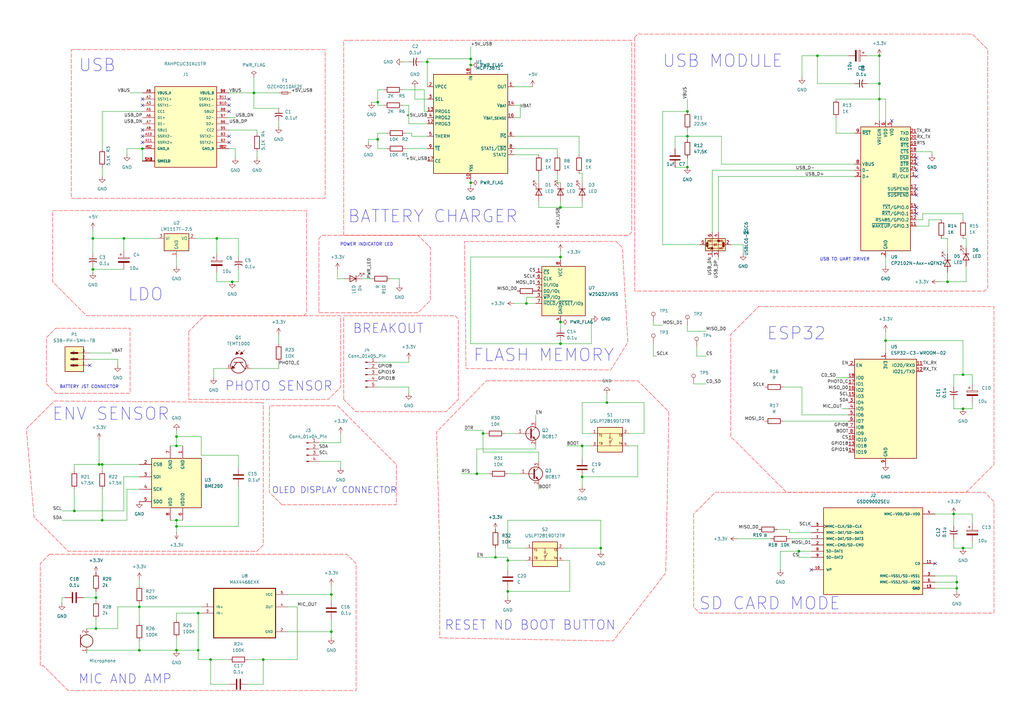
<source format=kicad_sch>
(kicad_sch (version 20250114) (generator "eeschema") (generator_version "9.0")
  (paper "A3")
  (lib_symbols
    (symbol "Battery_Management:MCP73871"
      (property "Reference" "U" (at -7.62 24.13 0))
      (property "Value" "MCP73871" (at -15.24 21.59 0))
      (symbol "MCP73871_1_1"
        (pin input line (at -17.78 15.24 0) (length 2.54) (name "VPCC") (number "2"))
        (pin input line (at -17.78 10.16 0) (length 2.54) (name "SEL") (number "3"))
        (pin bidirectional line (at -17.78 5.08 0) (length 2.54) (name "PROG1") (number "13"))
        (pin input line (at -17.78 2.54 0) (length 2.54) (name "PROG2") (number "4"))
        (pin bidirectional line (at -17.78 0 0) (length 2.54) (name "PROG3") (number "12"))
        (pin bidirectional line (at -17.78 -5.08 0) (length 2.54) (name "THERM") (number "5"))
        (pin input line (at -17.78 -10.16 0) (length 2.54) (name "~{TE}") (number "9"))
        (pin input line (at -17.78 -15.24 0) (length 2.54) (name "CE") (number "17"))
        (pin power_in line (at 0 22.86 270) (length 2.54) (name "IN") (number "18"))
        (pin passive line (at 0 22.86 270) (length 2.54) (hide yes) (name "IN") (number "19"))
        (pin power_in line (at 0 -22.86 90) (length 2.54) (name "V_{SS}") (number "10"))
        (pin passive line (at 0 -22.86 90) (length 2.54) (hide yes) (name "V_{SS}") (number "11"))
        (pin passive line (at 0 -22.86 90) (length 2.54) (hide yes) (name "V_{SS}") (number "21"))
        (pin power_out line (at 17.78 15.24 180) (length 2.54) (name "OUT") (number "1"))
        (pin passive line (at 17.78 15.24 180) (length 2.54) (hide yes) (name "OUT") (number "20"))
        (pin power_out line (at 17.78 7.62 180) (length 2.54) (name "V_{BAT}") (number "14"))
        (pin passive line (at 17.78 7.62 180) (length 2.54) (hide yes) (name "V_{BAT}") (number "15"))
        (pin input line (at 17.78 2.54 180) (length 2.54) (name "V_{BAT_SENSE}") (number "16"))
        (pin open_collector line (at 17.78 -5.08 180) (length 2.54) (name "~{PG}") (number "6"))
        (pin open_collector line (at 17.78 -10.16 180) (length 2.54) (name "STAT1/~{LBO}") (number "8"))
        (pin open_collector line (at 17.78 -12.7 180) (length 2.54) (name "STAT2") (number "7"))
      )
    )
    (symbol "Connector:Conn_01x04_Pin" (pin_names (offset 1.016) (hide yes))
      (property "Reference" "J" (at 0 5.08 0))
      (property "Value" "Conn_01x04_Pin" (at 0 -7.62 0))
      (symbol "Conn_01x04_Pin_1_1"
        (pin passive line (at 5.08 2.54 180) (length 3.81) (name "Pin_1") (number "1"))
        (pin passive line (at 5.08 0 180) (length 3.81) (name "Pin_2") (number "2"))
        (pin passive line (at 5.08 -2.54 180) (length 3.81) (name "Pin_3") (number "3"))
        (pin passive line (at 5.08 -5.08 180) (length 3.81) (name "Pin_4") (number "4"))
      )
    )
    (symbol "Connector:Conn_01x05_Pin" (pin_names (offset 1.016) (hide yes))
      (property "Reference" "J" (at 0 7.62 0))
      (property "Value" "Conn_01x05_Pin" (at 0 -7.62 0))
      (symbol "Conn_01x05_Pin_1_1"
        (pin passive line (at 5.08 5.08 180) (length 3.81) (name "Pin_1") (number "1"))
        (pin passive line (at 5.08 2.54 180) (length 3.81) (name "Pin_2") (number "2"))
        (pin passive line (at 5.08 0 180) (length 3.81) (name "Pin_3") (number "3"))
        (pin passive line (at 5.08 -2.54 180) (length 3.81) (name "Pin_4") (number "4"))
        (pin passive line (at 5.08 -5.08 180) (length 3.81) (name "Pin_5") (number "5"))
      )
    )
    (symbol "Connector:TestPoint" (pin_numbers (hide yes)) (pin_names (offset 0.762) (hide yes))
      (property "Reference" "TP" (at 0 6.858 0))
      (property "Value" "TestPoint" (at 0 5.08 0))
      (symbol "TestPoint_1_1"
        (pin passive line (at 0 0 90) (length 2.54) (name "1") (number "1"))
      )
    )
    (symbol "Device:C" (pin_numbers (hide yes)) (pin_names (offset 0.254))
      (property "Reference" "C" (at 0.635 2.54 0))
      (property "Value" "C" (at 0.635 -2.54 0))
      (symbol "C_1_1"
        (pin passive line (at 0 3.81 270) (length 2.794) (name "~") (number "1"))
        (pin passive line (at 0 -3.81 90) (length 2.794) (name "~") (number "2"))
      )
    )
    (symbol "Device:C_Polarized" (pin_numbers (hide yes)) (pin_names (offset 0.254))
      (property "Reference" "C" (at 0.635 2.54 0))
      (property "Value" "C_Polarized" (at 0.635 -2.54 0))
      (symbol "C_Polarized_1_1"
        (pin passive line (at 0 3.81 270) (length 2.794) (name "~") (number "1"))
        (pin passive line (at 0 -3.81 90) (length 2.794) (name "~") (number "2"))
      )
    )
    (symbol "Device:C_Small_US" (pin_numbers (hide yes)) (pin_names (offset 0.254) (hide yes))
      (property "Reference" "C" (at 0.254 1.778 0))
      (property "Value" "C_Small_US" (at 0.254 -2.032 0))
      (symbol "C_Small_US_1_1"
        (pin passive line (at 0 2.54 270) (length 2.032) (name "~") (number "1"))
        (pin passive line (at 0 -2.54 90) (length 2.032) (name "~") (number "2"))
      )
    )
    (symbol "Device:Fuse_Small" (pin_numbers (hide yes)) (pin_names (offset 0.254) (hide yes))
      (property "Reference" "F" (at 0 -1.524 0))
      (property "Value" "Fuse_Small" (at 0 1.524 0))
      (symbol "Fuse_Small_1_1"
        (pin passive line (at -2.54 0 0) (length 1.27) (name "~") (number "1"))
        (pin passive line (at 2.54 0 180) (length 1.27) (name "~") (number "2"))
      )
    )
    (symbol "Device:LED" (pin_numbers (hide yes)) (pin_names (offset 1.016) (hide yes))
      (property "Reference" "D" (at 0 2.54 0))
      (property "Value" "LED" (at 0 -2.54 0))
      (symbol "LED_1_1"
        (pin passive line (at -3.81 0 0) (length 2.54) (name "K") (number "1"))
        (pin passive line (at 3.81 0 180) (length 2.54) (name "A") (number "2"))
      )
    )
    (symbol "Device:Microphone" (pin_names (offset 0.0254) (hide yes))
      (property "Reference" "MK" (at -3.81 1.27 0))
      (property "Value" "Microphone" (at -3.81 -0.635 0))
      (symbol "Microphone_1_1"
        (pin passive line (at 0 5.08 270) (length 2.54) (name "+") (number "2"))
        (pin passive line (at 0 -5.08 90) (length 2.54) (name "-") (number "1"))
      )
    )
    (symbol "Device:R" (pin_numbers (hide yes)) (pin_names (offset 0))
      (property "Reference" "R" (at 2.032 0 90))
      (property "Value" "R" (at 0 0 90))
      (symbol "R_1_1"
        (pin passive line (at 0 3.81 270) (length 1.27) (name "~") (number "1"))
        (pin passive line (at 0 -3.81 90) (length 1.27) (name "~") (number "2"))
      )
    )
    (symbol "GSD09002SEU:GSD09002SEU" (pin_names (offset 1.016))
      (property "Reference" "J" (at -20.32 18.542 0))
      (property "Value" "GSD09002SEU" (at -20.32 -20.32 0))
      (symbol "GSD09002SEU_0_0"
        (pin bidirectional clock (at -25.4 10.16 0) (length 5.08) (name "MMC-CLK/SD-CLK") (number "5"))
        (pin bidirectional line (at -25.4 7.62 0) (length 5.08) (name "MMC-DAT/SD-DAT0") (number "7"))
        (pin bidirectional line (at -25.4 5.08 0) (length 5.08) (name "MMC-DAT/SD-DAT3") (number "1"))
        (pin bidirectional line (at -25.4 2.54 0) (length 5.08) (name "MMC-CMD/SD-CMD") (number "2"))
        (pin bidirectional line (at -25.4 0 0) (length 5.08) (name "SD-DAT1") (number "8"))
        (pin bidirectional line (at -25.4 -2.54 0) (length 5.08) (name "SD-DAT2") (number "9"))
        (pin passive line (at -25.4 -7.62 0) (length 5.08) (name "WP") (number "10"))
        (pin power_in line (at 25.4 15.24 180) (length 5.08) (name "MMC-VDD/SD-VDD") (number "4"))
        (pin passive line (at 25.4 -5.08 180) (length 5.08) (name "CD") (number "11"))
        (pin power_in line (at 25.4 -10.16 180) (length 5.08) (name "MMC-VSS1/SD-VSS1") (number "3"))
        (pin power_in line (at 25.4 -12.7 180) (length 5.08) (name "MMC-VSS2/SD-VSS2") (number "6"))
        (pin power_in line (at 25.4 -15.24 180) (length 5.08) (name "GND") (number "12"))
        (pin power_in line (at 25.4 -15.24 180) (length 5.08) (name "GND") (number "13"))
      )
    )
    (symbol "Interface_USB:CP2102N-Axx-xQFN24"
      (property "Reference" "U" (at -8.89 26.67 0))
      (property "Value" "CP2102N-Axx-xQFN24" (at 13.97 26.67 0))
      (symbol "CP2102N-Axx-xQFN24_1_1"
        (pin input line (at -12.7 22.86 0) (length 2.54) (name "~{RST}") (number "9"))
        (pin input line (at -12.7 10.16 0) (length 2.54) (name "VBUS") (number "8"))
        (pin bidirectional line (at -12.7 7.62 0) (length 2.54) (name "D-") (number "4"))
        (pin bidirectional line (at -12.7 5.08 0) (length 2.54) (name "D+") (number "3"))
        (pin no_connect line (at -10.16 -22.86 0) (length 2.54) (hide yes) (name "NC") (number "10"))
        (pin power_in line (at -2.54 27.94 270) (length 2.54) (name "VREGIN") (number "7"))
        (pin power_in line (at 0 27.94 270) (length 2.54) (name "VDD") (number "6"))
        (pin power_in line (at 0 -27.94 90) (length 2.54) (name "GND") (number "2"))
        (pin passive line (at 0 -27.94 90) (length 2.54) (hide yes) (name "GND") (number "25"))
        (pin power_in line (at 2.54 27.94 270) (length 2.54) (name "VIO") (number "5"))
        (pin no_connect line (at 10.16 -22.86 180) (length 2.54) (hide yes) (name "NC") (number "16"))
        (pin output line (at 12.7 22.86 180) (length 2.54) (name "TXD") (number "21"))
        (pin input line (at 12.7 20.32 180) (length 2.54) (name "RXD") (number "20"))
        (pin output line (at 12.7 17.78 180) (length 2.54) (name "~{RTS}") (number "19"))
        (pin input line (at 12.7 15.24 180) (length 2.54) (name "~{CTS}") (number "18"))
        (pin input line (at 12.7 12.7 180) (length 2.54) (name "~{DSR}") (number "22"))
        (pin output line (at 12.7 10.16 180) (length 2.54) (name "~{DTR}") (number "23"))
        (pin input line (at 12.7 7.62 180) (length 2.54) (name "~{DCD}") (number "24"))
        (pin bidirectional line (at 12.7 5.08 180) (length 2.54) (name "~{RI}/CLK") (number "1"))
        (pin output line (at 12.7 0 180) (length 2.54) (name "SUSPEND") (number "17"))
        (pin output line (at 12.7 -2.54 180) (length 2.54) (name "~{SUSPEND}") (number "15"))
        (pin bidirectional line (at 12.7 -7.62 180) (length 2.54) (name "~{TXT}/GPIO.0") (number "14"))
        (pin bidirectional line (at 12.7 -10.16 180) (length 2.54) (name "~{RXT}/GPIO.1") (number "13"))
        (pin bidirectional line (at 12.7 -12.7 180) (length 2.54) (name "RS485/GPIO.2") (number "12"))
        (pin bidirectional line (at 12.7 -15.24 180) (length 2.54) (name "~{WAKEUP}/GPIO.3") (number "11"))
      )
    )
    (symbol "JST:S3B-PH-SM4-TB" (pin_names (offset 1.016))
      (property "Reference" "P" (at -2.5426 5.0851 0))
      (property "Value" "S3B-PH-SM4-TB" (at -2.5406 -6.3514 0))
      (symbol "S3B-PH-SM4-TB_0_0"
        (pin passive line (at -5.08 2.54 0) (length 5.08) (name "1") (number "1"))
        (pin passive line (at -5.08 0 0) (length 5.08) (name "2") (number "2"))
        (pin passive line (at -5.08 -2.54 0) (length 5.08) (name "3") (number "3"))
      )
    )
    (symbol "MAX4466EXK:MAX4466EXK" (pin_names (offset 1.016))
      (property "Reference" "U" (at -12.7 11.16 0))
      (property "Value" "MAX4466EXK" (at -12.7 -14.16 0))
      (symbol "MAX4466EXK_0_0"
        (pin input line (at -17.78 2.54 0) (length 5.08) (name "IN+") (number "1"))
        (pin input line (at -17.78 0 0) (length 5.08) (name "IN-") (number "3"))
        (pin power_in line (at 17.78 7.62 180) (length 5.08) (name "VCC") (number "5"))
        (pin output line (at 17.78 2.54 180) (length 5.08) (name "OUT") (number "4"))
        (pin power_in line (at 17.78 -7.62 180) (length 5.08) (name "GND") (number "2"))
      )
    )
    (symbol "Memory_Flash:W25Q32JVSS"
      (property "Reference" "U" (at -6.35 11.43 0))
      (property "Value" "W25Q32JVSS" (at 7.62 11.43 0))
      (symbol "W25Q32JVSS_1_1"
        (pin input line (at -10.16 7.62 0) (length 2.54) (name "~{CS}") (number "1"))
        (pin input line (at -10.16 5.08 0) (length 2.54) (name "CLK") (number "6"))
        (pin bidirectional line (at -10.16 2.54 0) (length 2.54) (name "DI/IO_{0}") (number "5"))
        (pin bidirectional line (at -10.16 0 0) (length 2.54) (name "DO/IO_{1}") (number "2"))
        (pin bidirectional line (at -10.16 -2.54 0) (length 2.54) (name "~{WP}/IO_{2}") (number "3"))
        (pin bidirectional line (at -10.16 -5.08 0) (length 2.54) (name "~{HOLD}/~{RESET}/IO_{3}") (number "7"))
        (pin power_in line (at 0 12.7 270) (length 2.54) (name "VCC") (number "8"))
        (pin power_in line (at 0 -12.7 90) (length 2.54) (name "GND") (number "4"))
      )
    )
    (symbol "Power_Protection:USBLC6-2SC6" (pin_names (hide yes))
      (property "Reference" "U" (at 0.635 5.715 0))
      (property "Value" "USBLC6-2SC6" (at 0.635 3.81 0))
      (symbol "USBLC6-2SC6_1_1"
        (pin passive line (at -5.08 0 0) (length 2.54) (name "I/O1") (number "1"))
        (pin passive line (at -5.08 -2.54 0) (length 2.54) (name "I/O2") (number "3"))
        (pin passive line (at 0 5.08 270) (length 2.54) (name "VBUS") (number "5"))
        (pin passive line (at 0 -7.62 90) (length 2.54) (name "GND") (number "2"))
        (pin passive line (at 5.08 0 180) (length 2.54) (name "I/O1") (number "6"))
        (pin passive line (at 5.08 -2.54 180) (length 2.54) (name "I/O2") (number "4"))
      )
    )
    (symbol "RAHPCUC31AU1TR:RAHPCUC31AU1TR" (pin_names (offset 1.016))
      (property "Reference" "J" (at -12.7 16.002 0))
      (property "Value" "RAHPCUC31AU1TR" (at -12.7 -20.32 0))
      (symbol "RAHPCUC31AU1TR_0_0"
        (pin power_in line (at -17.78 12.7 0) (length 5.08) (name "VBUS_A") (number "A4"))
        (pin power_in line (at -17.78 12.7 0) (length 5.08) (name "VBUS_A") (number "A9"))
        (pin bidirectional line (at -17.78 10.16 0) (length 5.08) (name "SSTX1+") (number "A2"))
        (pin bidirectional line (at -17.78 7.62 0) (length 5.08) (name "SSTX1-") (number "A3"))
        (pin bidirectional line (at -17.78 5.08 0) (length 5.08) (name "CC1") (number "A5"))
        (pin bidirectional line (at -17.78 2.54 0) (length 5.08) (name "D1+") (number "A6"))
        (pin bidirectional line (at -17.78 0 0) (length 5.08) (name "D1-") (number "A7"))
        (pin bidirectional line (at -17.78 -2.54 0) (length 5.08) (name "SBU1") (number "A8"))
        (pin bidirectional line (at -17.78 -5.08 0) (length 5.08) (name "SSRX2-") (number "A10"))
        (pin bidirectional line (at -17.78 -7.62 0) (length 5.08) (name "SSRX2+") (number "A11"))
        (pin power_in line (at -17.78 -10.16 0) (length 5.08) (name "GND_A") (number "A1"))
        (pin power_in line (at -17.78 -10.16 0) (length 5.08) (name "GND_A") (number "A12"))
        (pin passive line (at -17.78 -15.24 0) (length 5.08) (name "SHIELD") (number "SH1"))
        (pin passive line (at -17.78 -15.24 0) (length 5.08) (name "SHIELD") (number "SH2"))
        (pin passive line (at -17.78 -15.24 0) (length 5.08) (name "SHIELD") (number "SH3"))
        (pin passive line (at -17.78 -15.24 0) (length 5.08) (name "SHIELD") (number "SH4"))
        (pin power_in line (at 17.78 12.7 180) (length 5.08) (name "VBUS_B") (number "B4"))
        (pin power_in line (at 17.78 12.7 180) (length 5.08) (name "VBUS_B") (number "B9"))
        (pin bidirectional line (at 17.78 10.16 180) (length 5.08) (name "SSRX1+") (number "B11"))
        (pin bidirectional line (at 17.78 7.62 180) (length 5.08) (name "SSRX1-") (number "B10"))
        (pin bidirectional line (at 17.78 5.08 180) (length 5.08) (name "SBU2") (number "B8"))
        (pin bidirectional line (at 17.78 2.54 180) (length 5.08) (name "D2-") (number "B7"))
        (pin bidirectional line (at 17.78 0 180) (length 5.08) (name "D2+") (number "B6"))
        (pin bidirectional line (at 17.78 -2.54 180) (length 5.08) (name "CC2") (number "B5"))
        (pin bidirectional line (at 17.78 -5.08 180) (length 5.08) (name "SSTX2-") (number "B3"))
        (pin bidirectional line (at 17.78 -7.62 180) (length 5.08) (name "SSTX2+") (number "B2"))
        (pin power_in line (at 17.78 -10.16 180) (length 5.08) (name "GND_B") (number "B1"))
        (pin power_in line (at 17.78 -10.16 180) (length 5.08) (name "GND_B") (number "B12"))
      )
    )
    (symbol "RF_Module:ESP32-C3-WROOM-02"
      (property "Reference" "U" (at -12.192 21.336 0))
      (property "Value" "ESP32-C3-WROOM-02" (at 12.192 21.336 0))
      (symbol "ESP32-C3-WROOM-02_1_1"
        (pin input line (at -15.24 17.78 0) (length 2.54) (name "EN") (number "2"))
        (pin bidirectional line (at -15.24 12.7 0) (length 2.54) (name "IO0") (number "18"))
        (pin bidirectional line (at -15.24 10.16 0) (length 2.54) (name "IO1") (number "17"))
        (pin bidirectional line (at -15.24 7.62 0) (length 2.54) (name "IO2") (number "16"))
        (pin bidirectional line (at -15.24 5.08 0) (length 2.54) (name "IO3") (number "15"))
        (pin bidirectional line (at -15.24 2.54 0) (length 2.54) (name "IO4") (number "3"))
        (pin bidirectional line (at -15.24 0 0) (length 2.54) (name "IO5") (number "4"))
        (pin bidirectional line (at -15.24 -2.54 0) (length 2.54) (name "IO6") (number "5"))
        (pin bidirectional line (at -15.24 -5.08 0) (length 2.54) (name "IO7") (number "6"))
        (pin bidirectional line (at -15.24 -7.62 0) (length 2.54) (name "IO8") (number "7"))
        (pin bidirectional line (at -15.24 -10.16 0) (length 2.54) (name "IO9") (number "8"))
        (pin bidirectional line (at -15.24 -12.7 0) (length 2.54) (name "IO10") (number "10"))
        (pin bidirectional line (at -15.24 -15.24 0) (length 2.54) (name "IO18") (number "13"))
        (pin bidirectional line (at -15.24 -17.78 0) (length 2.54) (name "IO19") (number "14"))
        (pin power_in line (at 0 22.86 270) (length 2.54) (name "3V3") (number "1"))
        (pin passive line (at 0 -22.86 90) (length 2.54) (hide yes) (name "GND") (number "19"))
        (pin power_in line (at 0 -22.86 90) (length 2.54) (name "GND") (number "9"))
        (pin bidirectional line (at 15.24 17.78 180) (length 2.54) (name "IO20/RXD") (number "11"))
        (pin bidirectional line (at 15.24 15.24 180) (length 2.54) (name "IO21/TXD") (number "12"))
      )
    )
    (symbol "Regulator_Linear:LM1117T-2.5"
      (property "Reference" "U" (at -3.81 3.175 0))
      (property "Value" "LM1117T-2.5" (at 0 3.175 0))
      (symbol "LM1117T-2.5_1_1"
        (pin power_in line (at -7.62 0 0) (length 2.54) (name "VI") (number "3"))
        (pin power_in line (at 0 -7.62 90) (length 2.54) (name "GND") (number "1"))
        (pin power_out line (at 7.62 0 180) (length 2.54) (name "VO") (number "2"))
      )
    )
    (symbol "Sensor:BME280"
      (property "Reference" "U" (at -8.89 11.43 0))
      (property "Value" "BME280" (at 7.62 11.43 0))
      (symbol "BME280_1_1"
        (pin power_in line (at -2.54 15.24 270) (length 5.08) (name "VDDIO") (number "6"))
        (pin power_in line (at -2.54 -15.24 90) (length 5.08) (name "GND") (number "1"))
        (pin power_in line (at 2.54 15.24 270) (length 5.08) (name "VDD") (number "8"))
        (pin power_in line (at 2.54 -15.24 90) (length 5.08) (name "GND") (number "7"))
        (pin bidirectional line (at 15.24 7.62 180) (length 5.08) (name "SDO") (number "5"))
        (pin input line (at 15.24 2.54 180) (length 5.08) (name "SCK") (number "4"))
        (pin bidirectional line (at 15.24 -2.54 180) (length 5.08) (name "SDI") (number "3"))
        (pin input line (at 15.24 -7.62 180) (length 5.08) (name "CSB") (number "2"))
      )
    )
    (symbol "TEMT1000:TEMT1000" (pin_names (offset 1.016))
      (property "Reference" "Q" (at -10.1556 5.0822 0))
      (property "Value" "TEMT1000" (at -10.1508 -7.62 0))
      (symbol "TEMT1000_0_0"
        (pin passive line (at 2.54 5.08 270) (length 2.54) (name "~") (number "C"))
        (pin passive line (at 2.54 -5.08 90) (length 2.54) (name "~") (number "E"))
      )
    )
    (symbol "Transistor_BJT:BC817" (pin_names (offset 0) (hide yes))
      (property "Reference" "Q" (at 5.08 1.905 0))
      (property "Value" "BC817" (at 5.08 0 0))
      (symbol "BC817_1_1"
        (pin input line (at -5.08 0 0) (length 2.54) (name "B") (number "1"))
        (pin passive line (at 2.54 5.08 270) (length 2.54) (name "C") (number "3"))
        (pin passive line (at 2.54 -5.08 90) (length 2.54) (name "E") (number "2"))
      )
    )
    (symbol "USLPT2819DT2TR:USLPT2819DT2TR" (pin_names (offset 1.016))
      (property "Reference" "S" (at -5.08 5.08 0))
      (property "Value" "USLPT2819DT2TR" (at -5.08 -7.62 0))
      (symbol "USLPT2819DT2TR_0_0"
        (text "T1" (at -4.572 1.27 0) (effects (font (size 0.8128 0.8128)) (justify left bottom)))
        (text "T3" (at -4.572 -2.032 0) (effects (font (size 0.8128 0.8128)) (justify left bottom)))
        (text "T2" (at 3.556 1.27 0) (effects (font (size 0.8128 0.8128)) (justify left bottom)))
        (text "T4" (at 3.556 -2.032 0) (effects (font (size 0.8128 0.8128)) (justify left bottom)))
        (pin passive line (at -7.62 2.54 0) (length 2.54) (name "~") (number "1"))
        (pin passive line (at -7.62 -2.54 0) (length 2.54) (name "~") (number "3"))
        (pin passive line (at 7.62 2.54 180) (length 2.54) (name "~") (number "2"))
        (pin passive line (at 7.62 -2.54 180) (length 2.54) (name "~") (number "4"))
      )
    )
    (symbol "power:+3.3V" (power) (pin_numbers (hide yes)) (pin_names (offset 0) (hide yes))
      (property "Value" "+3.3V" (at 0 3.556 0))
      (symbol "+3.3V_1_1"
        (pin power_in line (at 0 0 90) (length 0) (name "~") (number "1"))
      )
    )
    (symbol "power:+5V" (power) (pin_numbers (hide yes)) (pin_names (offset 0) (hide yes))
      (property "Value" "+5V" (at 0 3.556 0))
      (symbol "+5V_1_1"
        (pin power_in line (at 0 0 90) (length 0) (name "~") (number "1"))
      )
    )
    (symbol "power:GND" (power) (pin_numbers (hide yes)) (pin_names (offset 0) (hide yes))
      (property "Value" "GND" (at 0 -3.81 0))
      (symbol "GND_1_1"
        (pin power_in line (at 0 0 270) (length 0) (name "~") (number "1"))
      )
    )
    (symbol "power:PWR_FLAG" (power) (pin_numbers (hide yes)) (pin_names (offset 0) (hide yes))
      (property "Value" "PWR_FLAG" (at 0 3.81 0))
      (symbol "PWR_FLAG_0_0"
        (pin power_out line (at 0 0 90) (length 0) (name "~") (number "1"))
      )
    )
  )
  (text "BATTERY CHARGER\n" (at 177.546 88.9 0) (effects (font (size 5.08 5.08))))
  (text "LDO" (at 59.69 120.904 0) (effects (font (size 5.08 5.08))))
  (text "ENV SENSOR\n" (at 45.466 169.926 0) (effects (font (size 5.08 5.08))))
  (text "RESET ND BOOT BUTTON" (at 217.424 256.54 0) (effects (font (size 3.81 3.81))))
  (text "POWER INDICATOR LED\n" (at 150.368 100.33 0) (effects (font (size 1.27 1.27))))
  (text "BATTERY JST CONNECTOR\n" (at 36.576 158.75 0) (effects (font (size 1.27 1.27))))
  (text "PHOTO SENSOR " (at 115.824 158.496 0) (effects (font (size 3.81 3.81))))
  (text "FLASH MEMORY" (at 223.012 145.796 0) (effects (font (size 5.08 5.08))))
  (text "ESP32" (at 326.644 136.906 0) (effects (font (size 5.08 5.08))))
  (text "USB TO UART DRIVER\n" (at 346.456 106.426 0) (effects (font (size 1.27 1.27))))
  (text "USB" (at 39.878 26.924 0) (effects (font (size 5.08 5.08))))
  (text "MIC AND AMP" (at 51.308 278.638 0) (effects (font (size 3.81 3.81))))
  (text "BREAKOUT" (at 159.258 134.874 0) (effects (font (size 3.81 3.81))))
  (text "OLED DISPLAY CONNECTOR" (at 137.16 201.168 0) (effects (font (size 2.54 2.54))))
  (text "SD CARD MODE" (at 315.722 247.65 0) (effects (font (size 5.08 5.08))))
  (text "USB MODULE" (at 296.418 25.146 0) (effects (font (size 5.08 5.08))))
  (junction (at 193.04 26.67))
  (junction (at 72.39 266.7))
  (junction (at 360.68 34.29))
  (junction (at 248.92 165.1))
  (junction (at 86.36 270.51))
  (junction (at 154.94 41.91))
  (junction (at 38.1 110.49))
  (junction (at 327.66 226.06))
  (junction (at 392.43 241.3))
  (junction (at 39.37 245.11))
  (junction (at 30.48 209.55))
  (junction (at 360.68 22.86))
  (junction (at 41.91 213.36))
  (junction (at 57.15 248.92))
  (junction (at 388.62 115.57))
  (junction (at 203.2 228.6))
  (junction (at 154.94 57.15))
  (junction (at 208.28 229.87))
  (junction (at 229.87 105.41))
  (junction (at 72.39 182.88))
  (junction (at 38.1 97.79))
  (junction (at 394.97 167.64))
  (junction (at 40.64 190.5))
  (junction (at 41.91 190.5))
  (junction (at 72.39 179.07))
  (junction (at 72.39 215.9))
  (junction (at 135.89 243.84))
  (junction (at 215.9 124.46))
  (junction (at 198.12 177.8))
  (junction (at 95.25 115.57))
  (junction (at 246.38 224.79))
  (junction (at 238.76 182.88))
  (junction (at 81.28 266.7))
  (junction (at 335.28 22.86))
  (junction (at 392.43 238.76))
  (junction (at 281.94 45.72))
  (junction (at 81.28 251.46))
  (junction (at 208.28 242.57))
  (junction (at 394.97 224.79))
  (junction (at 193.04 74.93))
  (junction (at 72.39 213.36))
  (junction (at 88.9 97.79))
  (junction (at 107.95 270.51))
  (junction (at 363.22 139.7))
  (junction (at 229.87 140.97))
  (junction (at 281.94 68.58))
  (junction (at 360.68 40.64))
  (junction (at 281.94 55.88))
  (junction (at 391.16 210.82))
  (junction (at 229.87 132.08))
  (junction (at 394.97 153.67))
  (junction (at 135.89 259.08))
  (junction (at 195.58 194.31))
  (junction (at 50.8 97.79))
  (junction (at 193.04 24.13))
  (junction (at 229.87 85.09))
  (junction (at 57.15 266.7))
  (junction (at 175.26 25.4))
  (junction (at 39.37 257.81))
  (junction (at 58.42 60.96))
  (junction (at 104.14 38.1))
  (junction (at 238.76 195.58))
  (no_connect (at 365.76 49.53))
  (no_connect (at 93.98 45.72))
  (no_connect (at 375.92 80.01))
  (no_connect (at 93.98 43.18))
  (no_connect (at 58.42 53.34))
  (no_connect (at 332.74 233.68))
  (no_connect (at 383.54 231.14))
  (no_connect (at 375.92 64.77))
  (no_connect (at 375.92 67.31))
  (no_connect (at 93.98 58.42))
  (no_connect (at 58.42 43.18))
  (no_connect (at 375.92 69.85))
  (no_connect (at 375.92 72.39))
  (no_connect (at 93.98 40.64))
  (no_connect (at 58.42 40.64))
  (no_connect (at 375.92 77.47))
  (no_connect (at 58.42 55.88))
  (no_connect (at 36.83 149.86))
  (no_connect (at 375.92 85.09))
  (no_connect (at 58.42 58.42))
  (no_connect (at 375.92 87.63))
  (no_connect (at 93.98 55.88))
  (wire (pts (xy 72.39 105.41) (xy 72.39 109.22)))
  (wire (pts (xy 52.07 200.66) (xy 52.07 213.36)))
  (wire (pts (xy 41.91 45.72) (xy 41.91 60.96)))
  (wire (pts (xy 381 90.17) (xy 386.08 90.17)))
  (wire (pts (xy 332.74 226.06) (xy 327.66 226.06)))
  (wire (pts (xy 394.97 87.63) (xy 394.97 90.17)))
  (wire (pts (xy 39.37 254) (xy 39.37 257.81)))
  (wire (pts (xy 190.5 176.53) (xy 198.12 176.53)))
  (wire (pts (xy 391.16 163.83) (xy 391.16 167.64)))
  (wire (pts (xy 391.16 167.64) (xy 394.97 167.64)))
  (wire (pts (xy 220.98 185.42) (xy 198.12 185.42)))
  (wire (pts (xy 121.92 248.92) (xy 121.92 270.51)))
  (wire (pts (xy 238.76 165.1) (xy 238.76 177.8)))
  (wire (pts (xy 321.31 172.72) (xy 347.98 172.72)))
  (wire (pts (xy 69.85 182.88) (xy 72.39 182.88)))
  (wire (pts (xy 154.94 43.18) (xy 154.94 41.91)))
  (wire (pts (xy 391.16 210.82) (xy 398.78 210.82)))
  (wire (pts (xy 388.62 111.76) (xy 388.62 115.57)))
  (wire (pts (xy 97.79 115.57) (xy 97.79 110.49)))
  (wire (pts (xy 388.62 97.79) (xy 386.08 97.79)))
  (wire (pts (xy 208.28 213.36) (xy 246.38 213.36)))
  (wire (pts (xy 228.6 60.96) (xy 228.6 63.5)))
  (wire (pts (xy 58.42 66.04) (xy 58.42 60.96)))
  (wire (pts (xy 398.78 224.79) (xy 398.78 222.25)))
  (wire (pts (xy 35.56 266.7) (xy 57.15 266.7)))
  (wire (pts (xy 195.58 184.15) (xy 195.58 194.31)))
  (wire (pts (xy 82.55 248.92) (xy 57.15 248.92)))
  (wire (pts (xy 398.78 153.67) (xy 398.78 157.48)))
  (wire (pts (xy 101.6 270.51) (xy 107.95 270.51)))
  (wire (pts (xy 175.26 50.8) (xy 167.64 50.8)))
  (wire (pts (xy 375.92 90.17) (xy 378.46 90.17)))
  (wire (pts (xy 152.4 41.91) (xy 154.94 41.91)))
  (wire (pts (xy 210.82 124.46) (xy 215.9 124.46)))
  (wire (pts (xy 382.27 62.23) (xy 382.27 63.5)))
  (wire (pts (xy 238.76 195.58) (xy 238.76 199.39)))
  (wire (pts (xy 50.8 97.79) (xy 50.8 102.87)))
  (wire (pts (xy 39.37 257.81) (xy 48.26 257.81)))
  (wire (pts (xy 72.39 251.46) (xy 81.28 251.46)))
  (wire (pts (xy 350.52 69.85) (xy 292.1 69.85)))
  (wire (pts (xy 53.34 38.1) (xy 58.42 38.1)))
  (wire (pts (xy 242.57 140.97) (xy 229.87 140.97)))
  (wire (pts (xy 210.82 63.5) (xy 220.98 63.5)))
  (wire (pts (xy 318.77 217.17) (xy 323.85 217.17)))
  (wire (pts (xy 294.64 72.39) (xy 350.52 72.39)))
  (wire (pts (xy 154.94 54.61) (xy 154.94 57.15)))
  (wire (pts (xy 267.97 146.05) (xy 269.24 146.05)))
  (wire (pts (xy 323.85 220.98) (xy 332.74 220.98)))
  (wire (pts (xy 36.83 147.32) (xy 48.26 147.32)))
  (wire (pts (xy 114.3 151.13) (xy 102.87 151.13)))
  (wire (pts (xy 383.54 210.82) (xy 391.16 210.82)))
  (wire (pts (xy 342.9 48.26) (xy 342.9 54.61)))
  (wire (pts (xy 261.62 195.58) (xy 238.76 195.58)))
  (wire (pts (xy 360.68 22.86) (xy 360.68 34.29)))
  (wire (pts (xy 101.6 280.67) (xy 107.95 280.67)))
  (wire (pts (xy 391.16 210.82) (xy 391.16 215.9)))
  (wire (pts (xy 238.76 177.8) (xy 242.57 177.8)))
  (wire (pts (xy 52.07 60.96) (xy 52.07 63.5)))
  (wire (pts (xy 229.87 102.87) (xy 229.87 105.41)))
  (wire (pts (xy 360.68 49.53) (xy 360.68 40.64)))
  (wire (pts (xy 342.9 54.61) (xy 350.52 54.61)))
  (wire (pts (xy 398.78 210.82) (xy 398.78 214.63)))
  (wire (pts (xy 172.72 25.4) (xy 175.26 25.4)))
  (wire (pts (xy 38.1 109.22) (xy 38.1 110.49)))
  (wire (pts (xy 118.11 243.84) (xy 135.89 243.84)))
  (wire (pts (xy 383.54 241.3) (xy 392.43 241.3)))
  (wire (pts (xy 96.52 60.96) (xy 96.52 64.77)))
  (wire (pts (xy 167.64 50.8) (xy 167.64 43.18)))
  (wire (pts (xy 355.6 22.86) (xy 360.68 22.86)))
  (wire (pts (xy 215.9 224.79) (xy 208.28 224.79)))
  (wire (pts (xy 276.86 55.88) (xy 281.94 55.88)))
  (wire (pts (xy 40.64 190.5) (xy 41.91 190.5)))
  (wire (pts (xy 93.98 38.1) (xy 104.14 38.1)))
  (wire (pts (xy 35.56 267.97) (xy 35.56 266.7)))
  (wire (pts (xy 281.94 40.64) (xy 281.94 45.72)))
  (wire (pts (xy 281.94 133.35) (xy 281.94 135.89)))
  (wire (pts (xy 203.2 224.79) (xy 203.2 228.6)))
  (wire (pts (xy 80.01 97.79) (xy 88.9 97.79)))
  (wire (pts (xy 105.41 62.23) (xy 105.41 64.77)))
  (wire (pts (xy 287.02 100.33) (xy 271.78 100.33)))
  (wire (pts (xy 52.07 60.96) (xy 58.42 60.96)))
  (wire (pts (xy 193.04 73.66) (xy 193.04 74.93)))
  (wire (pts (xy 267.97 140.97) (xy 267.97 146.05)))
  (wire (pts (xy 219.71 184.15) (xy 195.58 184.15)))
  (wire (pts (xy 166.37 54.61) (xy 168.91 54.61)))
  (wire (pts (xy 41.91 190.5) (xy 57.15 190.5)))
  (wire (pts (xy 30.48 200.66) (xy 30.48 209.55)))
  (wire (pts (xy 72.39 213.36) (xy 74.93 213.36)))
  (wire (pts (xy 248.92 161.29) (xy 248.92 165.1)))
  (wire (pts (xy 210.82 60.96) (xy 228.6 60.96)))
  (wire (pts (xy 151.13 57.15) (xy 151.13 58.42)))
  (wire (pts (xy 281.94 135.89) (xy 289.56 135.89)))
  (wire (pts (xy 238.76 165.1) (xy 248.92 165.1)))
  (wire (pts (xy 86.36 280.67) (xy 86.36 270.51)))
  (wire (pts (xy 45.72 144.78) (xy 36.83 144.78)))
  (wire (pts (xy 210.82 43.18) (xy 213.36 43.18)))
  (wire (pts (xy 285.75 146.05) (xy 289.56 146.05)))
  (wire (pts (xy 93.98 53.34) (xy 105.41 53.34)))
  (wire (pts (xy 57.15 266.7) (xy 72.39 266.7)))
  (wire (pts (xy 163.83 114.3) (xy 163.83 116.84)))
  (wire (pts (xy 114.3 137.16) (xy 114.3 140.97)))
  (wire (pts (xy 299.72 100.33) (xy 304.8 100.33)))
  (wire (pts (xy 328.93 22.86) (xy 335.28 22.86)))
  (wire (pts (xy 208.28 242.57) (xy 208.28 245.11)))
  (wire (pts (xy 342.9 154.94) (xy 347.98 154.94)))
  (wire (pts (xy 392.43 238.76) (xy 392.43 241.3)))
  (wire (pts (xy 219.71 170.18) (xy 219.71 172.72)))
  (wire (pts (xy 41.91 200.66) (xy 41.91 213.36)))
  (wire (pts (xy 167.64 43.18) (xy 165.1 43.18)))
  (wire (pts (xy 208.28 228.6) (xy 208.28 229.87)))
  (wire (pts (xy 130.81 181.61) (xy 139.7 181.61)))
  (wire (pts (xy 97.79 191.77) (xy 97.79 186.69)))
  (wire (pts (xy 173.99 36.83) (xy 173.99 45.72)))
  (wire (pts (xy 321.31 158.75) (xy 328.93 158.75)))
  (wire (pts (xy 363.22 40.64) (xy 363.22 49.53)))
  (wire (pts (xy 233.68 229.87) (xy 233.68 242.57)))
  (wire (pts (xy 229.87 105.41) (xy 193.04 105.41)))
  (wire (pts (xy 328.93 170.18) (xy 347.98 170.18)))
  (wire (pts (xy 219.71 121.92) (xy 215.9 121.92)))
  (wire (pts (xy 41.91 68.58) (xy 41.91 72.39)))
  (wire (pts (xy 189.23 194.31) (xy 195.58 194.31)))
  (wire (pts (xy 138.43 114.3) (xy 140.97 114.3)))
  (wire (pts (xy 257.81 177.8) (xy 264.16 177.8)))
  (wire (pts (xy 388.62 115.57) (xy 396.24 115.57)))
  (wire (pts (xy 82.55 186.69) (xy 82.55 179.07)))
  (wire (pts (xy 118.11 248.92) (xy 121.92 248.92)))
  (wire (pts (xy 154.94 36.83) (xy 157.48 36.83)))
  (wire (pts (xy 38.1 97.79) (xy 38.1 104.14)))
  (wire (pts (xy 284.48 157.48) (xy 289.56 157.48)))
  (wire (pts (xy 391.16 153.67) (xy 391.16 158.75)))
  (wire (pts (xy 93.98 280.67) (xy 86.36 280.67)))
  (wire (pts (xy 25.4 209.55) (xy 30.48 209.55)))
  (wire (pts (xy 30.48 190.5) (xy 40.64 190.5)))
  (wire (pts (xy 264.16 177.8) (xy 264.16 165.1)))
  (wire (pts (xy 25.4 245.11) (xy 25.4 247.65)))
  (wire (pts (xy 167.64 148.59) (xy 167.64 147.32)))
  (wire (pts (xy 87.63 151.13) (xy 87.63 154.94)))
  (wire (pts (xy 57.15 200.66) (xy 52.07 200.66)))
  (wire (pts (xy 95.25 115.57) (xy 97.79 115.57)))
  (wire (pts (xy 294.64 105.41) (xy 294.64 106.68)))
  (wire (pts (xy 39.37 242.57) (xy 39.37 245.11)))
  (wire (pts (xy 327.66 228.6) (xy 327.66 226.06)))
  (wire (pts (xy 213.36 43.18) (xy 213.36 48.26)))
  (wire (pts (xy 50.8 97.79) (xy 38.1 97.79)))
  (wire (pts (xy 396.24 115.57) (xy 396.24 109.22)))
  (wire (pts (xy 238.76 85.09) (xy 238.76 82.55)))
  (wire (pts (xy 107.95 280.67) (xy 107.95 270.51)))
  (wire (pts (xy 193.04 26.67) (xy 193.04 27.94)))
  (wire (pts (xy 41.91 213.36) (xy 52.07 213.36)))
  (wire (pts (xy 208.28 194.31) (xy 213.36 194.31)))
  (wire (pts (xy 97.79 97.79) (xy 88.9 97.79)))
  (wire (pts (xy 271.78 45.72) (xy 271.78 100.33)))
  (wire (pts (xy 294.64 95.25) (xy 294.64 72.39)))
  (wire (pts (xy 229.87 140.97) (xy 229.87 139.7)))
  (wire (pts (xy 72.39 213.36) (xy 72.39 215.9)))
  (wire (pts (xy 154.94 57.15) (xy 154.94 60.96)))
  (wire (pts (xy 391.16 224.79) (xy 394.97 224.79)))
  (wire (pts (xy 392.43 241.3) (xy 392.43 242.57)))
  (wire (pts (xy 88.9 104.14) (xy 88.9 97.79)))
  (wire (pts (xy 72.39 266.7) (xy 81.28 266.7)))
  (wire (pts (xy 81.28 270.51) (xy 81.28 266.7)))
  (wire (pts (xy 237.49 55.88) (xy 237.49 63.5)))
  (wire (pts (xy 210.82 48.26) (xy 213.36 48.26)))
  (wire (pts (xy 40.64 180.34) (xy 40.64 190.5)))
  (wire (pts (xy 97.79 97.79) (xy 97.79 105.41)))
  (wire (pts (xy 165.1 36.83) (xy 173.99 36.83)))
  (wire (pts (xy 64.77 97.79) (xy 50.8 97.79)))
  (wire (pts (xy 345.44 167.64) (xy 347.98 167.64)))
  (wire (pts (xy 375.92 62.23) (xy 382.27 62.23)))
  (wire (pts (xy 323.85 218.44) (xy 332.74 218.44)))
  (wire (pts (xy 215.9 124.46) (xy 219.71 124.46)))
  (wire (pts (xy 48.26 248.92) (xy 57.15 248.92)))
  (wire (pts (xy 328.93 31.75) (xy 328.93 22.86)))
  (wire (pts (xy 276.86 60.96) (xy 276.86 55.88)))
  (wire (pts (xy 320.04 226.06) (xy 327.66 226.06)))
  (wire (pts (xy 39.37 245.11) (xy 39.37 246.38)))
  (wire (pts (xy 139.7 181.61) (xy 139.7 177.8)))
  (wire (pts (xy 394.97 153.67) (xy 398.78 153.67)))
  (wire (pts (xy 229.87 105.41) (xy 229.87 106.68)))
  (wire (pts (xy 220.98 71.12) (xy 220.98 74.93)))
  (wire (pts (xy 215.9 229.87) (xy 208.28 229.87)))
  (wire (pts (xy 383.54 238.76) (xy 392.43 238.76)))
  (wire (pts (xy 208.28 229.87) (xy 208.28 233.68)))
  (wire (pts (xy 154.94 60.96) (xy 158.75 60.96)))
  (wire (pts (xy 238.76 182.88) (xy 238.76 187.96)))
  (wire (pts (xy 135.89 254) (xy 135.89 259.08)))
  (wire (pts (xy 267.97 133.35) (xy 271.78 133.35)))
  (wire (pts (xy 208.28 241.3) (xy 208.28 242.57)))
  (wire (pts (xy 210.82 55.88) (xy 237.49 55.88)))
  (wire (pts (xy 175.26 40.64) (xy 170.18 40.64)))
  (wire (pts (xy 193.04 24.13) (xy 193.04 26.67)))
  (wire (pts (xy 232.41 182.88) (xy 238.76 182.88)))
  (wire (pts (xy 271.78 45.72) (xy 281.94 45.72)))
  (wire (pts (xy 48.26 147.32) (xy 48.26 149.86)))
  (wire (pts (xy 168.91 55.88) (xy 168.91 54.61)))
  (wire (pts (xy 86.36 270.51) (xy 81.28 270.51)))
  (wire (pts (xy 342.9 40.64) (xy 360.68 40.64)))
  (wire (pts (xy 97.79 199.39) (xy 97.79 215.9)))
  (wire (pts (xy 328.93 158.75) (xy 328.93 170.18)))
  (wire (pts (xy 237.49 71.12) (xy 238.76 71.12)))
  (wire (pts (xy 350.52 67.31) (xy 295.91 67.31)))
  (wire (pts (xy 394.97 153.67) (xy 394.97 139.7)))
  (wire (pts (xy 157.48 43.18) (xy 154.94 43.18)))
  (wire (pts (xy 30.48 209.55) (xy 50.8 209.55)))
  (wire (pts (xy 215.9 121.92) (xy 215.9 124.46)))
  (wire (pts (xy 360.68 40.64) (xy 363.22 40.64)))
  (wire (pts (xy 285.75 142.24) (xy 285.75 146.05)))
  (wire (pts (xy 220.98 200.66) (xy 220.98 199.39)))
  (wire (pts (xy 375.92 92.71) (xy 381 92.71)))
  (wire (pts (xy 135.89 243.84) (xy 135.89 246.38)))
  (wire (pts (xy 257.81 182.88) (xy 261.62 182.88)))
  (wire (pts (xy 154.94 41.91) (xy 154.94 36.83)))
  (wire (pts (xy 130.81 189.23) (xy 139.7 189.23)))
  (wire (pts (xy 302.26 220.98) (xy 316.23 220.98)))
  (wire (pts (xy 34.29 245.11) (xy 39.37 245.11)))
  (wire (pts (xy 229.87 132.08) (xy 229.87 134.62)))
  (wire (pts (xy 248.92 165.1) (xy 264.16 165.1)))
  (wire (pts (xy 88.9 111.76) (xy 88.9 115.57)))
  (wire (pts (xy 228.6 71.12) (xy 228.6 74.93)))
  (wire (pts (xy 72.39 182.88) (xy 74.93 182.88)))
  (wire (pts (xy 105.41 53.34) (xy 105.41 54.61)))
  (wire (pts (xy 394.97 139.7) (xy 363.22 139.7)))
  (wire (pts (xy 148.59 114.3) (xy 152.4 114.3)))
  (wire (pts (xy 135.89 240.03) (xy 135.89 243.84)))
  (wire (pts (xy 154.94 148.59) (xy 167.64 148.59)))
  (wire (pts (xy 219.71 182.88) (xy 219.71 184.15)))
  (wire (pts (xy 81.28 266.7) (xy 81.28 251.46)))
  (wire (pts (xy 114.3 148.59) (xy 114.3 151.13)))
  (wire (pts (xy 198.12 177.8) (xy 199.39 177.8)))
  (wire (pts (xy 398.78 167.64) (xy 398.78 165.1)))
  (wire (pts (xy 238.76 71.12) (xy 238.76 74.93)))
  (wire (pts (xy 30.48 193.04) (xy 30.48 190.5)))
  (wire (pts (xy 72.39 176.53) (xy 72.39 179.07)))
  (wire (pts (xy 97.79 186.69) (xy 82.55 186.69)))
  (wire (pts (xy 320.04 226.06) (xy 320.04 233.68)))
  (wire (pts (xy 104.14 31.75) (xy 104.14 38.1)))
  (wire (pts (xy 160.02 114.3) (xy 163.83 114.3)))
  (wire (pts (xy 394.97 224.79) (xy 398.78 224.79)))
  (wire (pts (xy 388.62 97.79) (xy 388.62 104.14)))
  (wire (pts (xy 220.98 82.55) (xy 220.98 85.09)))
  (wire (pts (xy 228.6 74.93) (xy 229.87 74.93)))
  (wire (pts (xy 195.58 228.6) (xy 203.2 228.6)))
  (wire (pts (xy 158.75 54.61) (xy 154.94 54.61)))
  (wire (pts (xy 93.98 270.51) (xy 86.36 270.51)))
  (wire (pts (xy 175.26 24.13) (xy 193.04 24.13)))
  (wire (pts (xy 25.4 213.36) (xy 41.91 213.36)))
  (wire (pts (xy 138.43 110.49) (xy 138.43 114.3)))
  (wire (pts (xy 231.14 224.79) (xy 246.38 224.79)))
  (wire (pts (xy 378.46 87.63) (xy 394.97 87.63)))
  (wire (pts (xy 41.91 193.04) (xy 41.91 190.5)))
  (wire (pts (xy 238.76 182.88) (xy 242.57 182.88)))
  (wire (pts (xy 114.3 49.53) (xy 114.3 52.07)))
  (wire (pts (xy 48.26 257.81) (xy 48.26 248.92)))
  (wire (pts (xy 335.28 22.86) (xy 347.98 22.86)))
  (wire (pts (xy 295.91 55.88) (xy 281.94 55.88)))
  (wire (pts (xy 57.15 247.65) (xy 57.15 248.92)))
  (wire (pts (xy 193.04 105.41) (xy 193.04 140.97)))
  (wire (pts (xy 292.1 69.85) (xy 292.1 95.25)))
  (wire (pts (xy 69.85 213.36) (xy 72.39 213.36)))
  (wire (pts (xy 363.22 105.41) (xy 363.22 109.22)))
  (wire (pts (xy 166.37 60.96) (xy 175.26 60.96)))
  (wire (pts (xy 281.94 53.34) (xy 281.94 55.88)))
  (wire (pts (xy 350.52 34.29) (xy 335.28 34.29)))
  (wire (pts (xy 50.8 195.58) (xy 50.8 209.55)))
  (wire (pts (xy 304.8 100.33) (xy 304.8 104.14)))
  (wire (pts (xy 394.97 167.64) (xy 398.78 167.64)))
  (wire (pts (xy 93.98 60.96) (xy 96.52 60.96)))
  (wire (pts (xy 72.39 179.07) (xy 72.39 182.88)))
  (wire (pts (xy 246.38 213.36) (xy 246.38 224.79)))
  (wire (pts (xy 57.15 262.89) (xy 57.15 266.7)))
  (wire (pts (xy 242.57 140.97) (xy 242.57 130.81)))
  (wire (pts (xy 88.9 115.57) (xy 95.25 115.57)))
  (wire (pts (xy 332.74 228.6) (xy 327.66 228.6)))
  (wire (pts (xy 363.22 135.89) (xy 363.22 139.7)))
  (wire (pts (xy 231.14 229.87) (xy 233.68 229.87)))
  (wire (pts (xy 207.01 177.8) (xy 212.09 177.8)))
  (wire (pts (xy 383.54 236.22) (xy 392.43 236.22)))
  (wire (pts (xy 154.94 158.75) (xy 167.64 158.75)))
  (wire (pts (xy 72.39 254) (xy 72.39 251.46)))
  (wire (pts (xy 81.28 251.46) (xy 82.55 251.46)))
  (wire (pts (xy 355.6 34.29) (xy 360.68 34.29)))
  (wire (pts (xy 261.62 182.88) (xy 261.62 195.58)))
  (wire (pts (xy 118.11 259.08) (xy 135.89 259.08)))
  (wire (pts (xy 281.94 55.88) (xy 281.94 57.15)))
  (wire (pts (xy 92.71 151.13) (xy 87.63 151.13)))
  (wire (pts (xy 208.28 224.79) (xy 208.28 213.36)))
  (wire (pts (xy 107.95 270.51) (xy 121.92 270.51)))
  (wire (pts (xy 82.55 179.07) (xy 72.39 179.07)))
  (wire (pts (xy 323.85 217.17) (xy 323.85 218.44)))
  (wire (pts (xy 26.67 245.11) (xy 25.4 245.11)))
  (wire (pts (xy 195.58 194.31) (xy 200.66 194.31)))
  (wire (pts (xy 104.14 38.1) (xy 114.3 38.1)))
  (wire (pts (xy 193.04 19.05) (xy 193.04 24.13)))
  (wire (pts (xy 38.1 110.49) (xy 50.8 110.49)))
  (wire (pts (xy 97.79 215.9) (xy 72.39 215.9)))
  (wire (pts (xy 114.3 44.45) (xy 104.14 44.45)))
  (wire (pts (xy 72.39 261.62) (xy 72.39 266.7)))
  (wire (pts (xy 391.16 220.98) (xy 391.16 224.79)))
  (wire (pts (xy 170.18 35.56) (xy 170.18 40.64)))
  (wire (pts (xy 203.2 228.6) (xy 208.28 228.6)))
  (wire (pts (xy 96.52 48.26) (xy 93.98 48.26)))
  (wire (pts (xy 57.15 248.92) (xy 57.15 255.27)))
  (wire (pts (xy 363.22 139.7) (xy 363.22 144.78)))
  (wire (pts (xy 35.56 257.81) (xy 39.37 257.81)))
  (wire (pts (xy 135.89 259.08) (xy 135.89 261.62)))
  (wire (pts (xy 396.24 97.79) (xy 396.24 101.6)))
  (wire (pts (xy 295.91 67.31) (xy 295.91 55.88)))
  (wire (pts (xy 198.12 185.42) (xy 198.12 177.8)))
  (wire (pts (xy 193.04 74.93) (xy 193.04 76.2)))
  (wire (pts (xy 210.82 35.56) (xy 218.44 35.56)))
  (wire (pts (xy 165.1 25.4) (xy 167.64 25.4)))
  (wire (pts (xy 381 92.71) (xy 381 90.17)))
  (wire (pts (xy 378.46 87.63) (xy 378.46 90.17)))
  (wire (pts (xy 229.87 85.09) (xy 238.76 85.09)))
  (wire (pts (xy 220.98 189.23) (xy 220.98 185.42)))
  (wire (pts (xy 360.68 34.29) (xy 360.68 40.64)))
  (wire (pts (xy 104.14 44.45) (xy 104.14 38.1)))
  (wire (pts (xy 193.04 140.97) (xy 229.87 140.97)))
  (wire (pts (xy 151.13 57.15) (xy 154.94 57.15)))
  (wire (pts (xy 72.39 215.9) (xy 72.39 218.44)))
  (wire (pts (xy 233.68 242.57) (xy 208.28 242.57)))
  (wire (pts (xy 276.86 68.58) (xy 281.94 68.58)))
  (wire (pts (xy 281.94 64.77) (xy 281.94 68.58)))
  (wire (pts (xy 57.15 195.58) (xy 50.8 195.58)))
  (wire (pts (xy 175.26 25.4) (xy 175.26 24.13)))
  (wire (pts (xy 38.1 110.49) (xy 38.1 111.76)))
  (wire (pts (xy 392.43 236.22) (xy 392.43 238.76)))
  (wire (pts (xy 267.97 132.08) (xy 267.97 133.35)))
  (wire (pts (xy 175.26 35.56) (xy 175.26 25.4)))
  (wire (pts (xy 246.38 224.79) (xy 246.38 226.06)))
  (wire (pts (xy 57.15 237.49) (xy 57.15 240.03)))
  (wire (pts (xy 384.81 115.57) (xy 388.62 115.57)))
  (wire (pts (xy 335.28 34.29) (xy 335.28 22.86)))
  (wire (pts (xy 394.97 97.79) (xy 396.24 97.79)))
  (wire (pts (xy 173.99 45.72) (xy 175.26 45.72)))
  (wire (pts (xy 167.64 158.75) (xy 167.64 161.29)))
  (wire (pts (xy 175.26 55.88) (xy 168.91 55.88)))
  (wire (pts (xy 38.1 93.98) (xy 38.1 97.79)))
  (wire (pts (xy 41.91 45.72) (xy 58.42 45.72)))
  (wire (pts (xy 220.98 85.09) (xy 229.87 85.09)))
  (wire (pts (xy 229.87 82.55) (xy 229.87 85.09)))
  (wire (pts (xy 139.7 189.23) (xy 139.7 191.77)))
  (wire (pts (xy 391.16 153.67) (xy 394.97 153.67)))
  (wire (pts (xy 198.12 176.53) (xy 198.12 177.8)))
  (label "BOOT" (at 220.98 200.66 0))
  (label "+5V_USB" (at 175.26 48.26 180))
  (label "SCLK" (at 332.74 215.9 180))
  (label "CS" (at 347.98 180.34 180))
  (label "EN" (at 195.58 228.6 0))
  (label "MIC_OUT" (at 121.92 248.92 0))
  (label "SCL" (at 347.98 162.56 180))
  (label "SCL" (at 25.4 209.55 180))
  (label "USB_DP" (at 294.64 106.68 270))
  (label "USB_D+" (at 330.2 72.39 0))
  (label "GPIO19" (at 347.98 185.42 180))
  (label "MISO_D0" (at 347.98 160.02 180))
  (label "+5V_USB" (at 119.38 38.1 0))
  (label "USB_DN" (at 292.1 105.41 270))
  (label "VBUS" (at 99.06 38.1 180))
  (label "RX_TX" (at 378.46 152.4 0))
  (label "USB_DN" (at 96.52 48.26 0))
  (label "GPIO18" (at 154.94 156.21 0))
  (label "SCLK" (at 313.69 158.75 180))
  (label "RX_TX" (at 375.92 57.15 0))
  (label "SCL" (at 130.81 186.69 0))
  (label "RTS" (at 189.23 194.31 0))
  (label "SCLK" (at 269.24 146.05 0))
  (label "MOSI_D1" (at 313.69 172.72 180))
  (label "MISO_D0" (at 212.09 119.38 180))
  (label "CD_SD" (at 342.9 154.94 180))
  (label "+5V_USB" (at 229.87 85.09 270))
  (label "TX_RX" (at 378.46 149.86 0))
  (label "RTS" (at 375.92 59.69 0))
  (label "GPIO8" (at 347.98 175.26 180))
  (label "SDA" (at 130.81 184.15 0))
  (label "VBAT" (at 45.72 144.78 0))
  (label "MIC_OUT" (at 345.44 167.64 180))
  (label "CD_SD" (at 289.56 157.48 0))
  (label "MOSI_D1" (at 219.71 116.84 180))
  (label "PHOTO_C" (at 347.98 157.48 180))
  (label "USB_D-" (at 326.39 69.85 0))
  (label "GPIO19" (at 154.94 153.67 0))
  (label "CS" (at 219.71 111.76 180))
  (label "EN" (at 347.98 149.86 180))
  (label "MISO_D0" (at 311.15 217.17 180))
  (label "PWR_LED" (at 152.4 114.3 90))
  (label "+5V_USB" (at 175.26 66.04 180))
  (label "VBUS" (at 281.94 40.64 90))
  (label "MISO_D0" (at 289.56 135.89 0))
  (label "PHOTO_C" (at 114.3 149.86 0))
  (label "EN" (at 219.71 170.18 0))
  (label "USB_DP" (at 93.98 50.8 0))
  (label "CS" (at 289.56 146.05 0))
  (label "TX_RX" (at 375.92 54.61 0))
  (label "BOOT" (at 232.41 182.88 0))
  (label "CS" (at 327.66 228.6 180))
  (label "SCLK" (at 219.71 114.3 180))
  (label "GPIO18" (at 347.98 182.88 180))
  (label "VBUS" (at 53.34 38.1 180))
  (label "USB_DP" (at 58.42 48.26 180))
  (label "VBAT" (at 213.36 44.45 0))
  (label "USB_DN" (at 58.42 50.8 180))
  (label "+5V_USB" (at 193.04 19.05 0))
  (label "GPIO8" (at 154.94 151.13 0))
  (label "SDA" (at 25.4 213.36 180))
  (label "SDA" (at 347.98 165.1 180))
  (label "MOSI_D1" (at 271.78 133.35 0))
  (label "MOSI_D1" (at 332.74 223.52 180))
  (label "BOOT" (at 347.98 177.8 180))
  (label "DTR" (at 190.5 176.53 0))
  (rule_area (polyline (pts (xy 29.21 20.32) (xy 133.35 20.32) (xy 133.35 81.28) (xy 29.21 81.28)) (stroke (width 0) (type dash))))
  (rule_area (polyline (pts (xy 130.81 128.27) (xy 171.45 128.27) (xy 176.53 123.19) (xy 176.53 101.6) (xy 171.45 96.52) (xy 132.08 96.52) (xy 130.81 97.79)) (stroke (width 0) (type dash))))
  (rule_area (polyline (pts (xy 190.5 99.06) (xy 252.73 99.06) (xy 255.27 101.6) (xy 257.4924 140.335) (xy 250.5074 151.765) (xy 191.135 151.13)) (stroke (width 0) (type dash))))
  (rule_area (polyline (pts (xy 140.97 16.51) (xy 259.08 16.51) (xy 259.08 95.25) (xy 257.81 96.52) (xy 140.97 96.52)) (stroke (width 0) (type dash))))
  (rule_area (polyline (pts (xy 311.15 125.73) (xy 407.67 125.73) (xy 407.67 190.5) (xy 396.24 201.93) (xy 322.58 201.93) (xy 299.72 179.07) (xy 299.72 137.16)) (stroke (width 0) (type dash))))
  (rule_area (polyline (pts (xy 22.86 134.62) (xy 53.34 134.62) (xy 53.34 161.29) (xy 22.86 161.29) (xy 19.05 157.48) (xy 19.05 138.43)) (stroke (width 0) (type dash))))
  (rule_area (polyline (pts (xy 260.35 15.24) (xy 260.35 119.38) (xy 403.86 119.38) (xy 405.13 118.11) (xy 405.13 20.32) (xy 398.78 13.97) (xy 261.62 13.97)) (stroke (width 0) (type dash))))
  (rule_area (polyline (pts (xy 20.32 227.33) (xy 142.24 227.33) (xy 146.05 231.14) (xy 146.05 283.21) (xy 27.94 283.21) (xy 17.78 273.05) (xy 16.51 273.05) (xy 16.51 231.14)) (stroke (width 0) (type dash))))
  (rule_area (polyline (pts (xy 115.57 207.01) (xy 162.56 207.01) (xy 162.56 190.5) (xy 138.43 166.37) (xy 110.49 166.37) (xy 110.49 201.93)) (stroke (width 0) (type dash))))
  (rule_area (polyline (pts (xy 21.59 86.36) (xy 125.73 86.36) (xy 125.73 128.27) (xy 124.46 129.54) (xy 35.56 129.54) (xy 21.59 115.57)) (stroke (width 0) (type dash))))
  (rule_area (polyline (pts (xy 199.39 156.21) (xy 261.62 156.21) (xy 274.32 168.91) (xy 273.05 234.95) (xy 251.46 262.89) (xy 180.34 261.62) (xy 180.34 226.06) (xy 179.07 177.165)) (stroke (width 0) (type dash))))
  (rule_area (polyline (pts (xy 140.97 163.83) (xy 140.97 129.54) (xy 186.69 129.54) (xy 187.96 130.81) (xy 187.96 163.83) (xy 182.88 168.91) (xy 146.05 168.91)) (stroke (width 0) (type dash))))
  (rule_area (polyline (pts (xy 77.47 135.89) (xy 77.47 163.83) (xy 134.62 163.83) (xy 139.7 158.75) (xy 139.7 129.54) (xy 83.82 129.54)) (stroke (width 0) (type dash))))
  (rule_area (polyline (pts (xy 284.48 210.82) (xy 284.48 248.92) (xy 287.02 251.46) (xy 407.67 251.46) (xy 407.67 205.74) (xy 403.86 201.93) (xy 293.37 201.93)) (stroke (width 0) (type dash))))
  (rule_area (polyline (pts (xy 22.225 164.465) (xy 107.95 165.1) (xy 107.95 223.52) (xy 105.41 226.06) (xy 27.94 226.06) (xy 13.97 212.09) (xy 10.795 175.895)) (stroke (width 0) (type dash))))
  (symbol (lib_id "power:+3.3V") (at 363.22 135.89 0) (unit 1)
    (property "Reference" "#PWR025" (effects (hide yes)))
    (property "Value" "+3.3V" (at 363.22 130.81 0))
    (property "Description" "Power symbol creates a global label with name \"+3.3V\"" (effects (hide yes)))
  )
  (symbol (lib_id "power:+3.3V") (at 210.82 124.46 90) (unit 1)
    (property "Reference" "#PWR032" (effects (hide yes)))
    (property "Value" "+3.3V" (at 207.01 124.4599 90) (effects (justify left)))
    (property "Description" "Power symbol creates a global label with name \"+3.3V\"" (effects (hide yes)))
  )
  (symbol (lib_id "Regulator_Linear:LM1117T-2.5") (at 72.39 97.79 0) (unit 1)
    (property "Reference" "U2" (at 72.39 91.44 0))
    (property "Value" "LM1117T-2.5" (at 72.39 93.98 0))
    (property "Footprint" "Package_TO_SOT_THT:TO-220-3_Horizontal_TabDown" (effects (hide yes)))
    (property "Datasheet" "http://www.ti.com/lit/ds/symlink/lm1117.pdf" (effects (hide yes)))
    (property "Description" "800mA Low-Dropout Linear Regulator, 2.5V fixed output, TO-220" (effects (hide yes)))
  )
  (symbol (lib_id "Device:LED") (at 396.24 105.41 270) (unit 1)
    (property "Reference" "D6" (at 398.78 102.5524 90) (effects (justify left)))
    (property "Value" "LED" (at 398.78 105.0924 90) (effects (justify left)))
    (property "Footprint" "LED_SMD:LED_0201_0603Metric_Pad0.64x0.40mm_HandSolder" (effects (hide yes)))
    (property "Description" "Light emitting diode" (effects (hide yes)))
    (property "Sim.Pins" "1=K 2=A" (effects (hide yes)))
  )
  (symbol (lib_id "power:+3.3V") (at 360.68 22.86 0) (unit 1)
    (property "Reference" "#PWR022" (effects (hide yes)))
    (property "Value" "+3.3V" (at 360.68 17.78 0))
    (property "Description" "Power symbol creates a global label with name \"+3.3V\"" (effects (hide yes)))
  )
  (symbol (lib_id "power:GND") (at 87.63 154.94 0) (unit 1)
    (property "Reference" "#PWR040" (effects (hide yes)))
    (property "Value" "GND" (at 87.63 160.02 0))
    (property "Description" "Power symbol creates a global label with name \"GND\" , ground" (effects (hide yes)))
  )
  (symbol (lib_id "Device:C_Polarized") (at 50.8 106.68 0) (unit 1)
    (property "Reference" "C4" (at 54.61 104.5209 0) (effects (justify left)))
    (property "Value" "10u" (at 53.086 109.982 0) (effects (justify left)))
    (property "Footprint" "Capacitor_SMD:CP_Elec_4x5.4" (effects (hide yes)))
    (property "Description" "Polarized capacitor" (effects (hide yes)))
  )
  (symbol (lib_id "Power_Protection:USBLC6-2SC6") (at 292.1 100.33 90) (unit 1)
    (property "Reference" "U6" (at 306.07 95.3768 90))
    (property "Value" "USBLC6-2SC6" (at 306.07 97.9168 0))
    (property "Footprint" "Package_TO_SOT_SMD:SOT-23-6" (effects (hide yes)))
    (property "Datasheet" "https://www.st.com/resource/en/datasheet/usblc6-2.pdf" (effects (hide yes)))
    (property "Description" "Very low capacitance ESD protection diode, 2 data-line, SOT-23-6" (effects (hide yes)))
  )
  (symbol (lib_id "Device:R") (at 161.29 43.18 90) (unit 1)
    (property "Reference" "R6" (at 164.846 45.72 90))
    (property "Value" "2K" (at 160.274 45.72 90))
    (property "Footprint" "Resistor_SMD:R_0201_0603Metric_Pad0.64x0.40mm_HandSolder" (effects (hide yes)))
    (property "Description" "Resistor" (effects (hide yes)))
  )
  (symbol (lib_id "Device:C") (at 30.48 245.11 90) (unit 1)
    (property "Reference" "C18" (at 30.48 237.49 90))
    (property "Value" "0.1u" (at 30.48 240.03 90))
    (property "Footprint" "Capacitor_SMD:CP_Elec_4x5.4" (effects (hide yes)))
    (property "Description" "Unpolarized capacitor" (effects (hide yes)))
  )
  (symbol (lib_id "MAX4466EXK:MAX4466EXK") (at 100.33 251.46 0) (unit 1)
    (property "Reference" "U8" (at 100.33 236.22 0))
    (property "Value" "MAX4466EXK" (at 100.33 238.76 0))
    (property "Footprint" "iotboardfootprints:SOT65P210X110-5N" (effects (hide yes)))
    (property "DigiKey_Part_Number" "MAX4466EXK+CT-ND" (effects (hide yes)))
    (property "SnapEDA_Link" "https://www.snapeda.com/parts/MAX4466EXK+T/Analog+Devices/view-part/?ref=snap" (effects (hide yes)))
    (property "Description_1" "Audio Amp Microphone 1-CH Mono Class-AB 5-Pin SC-70 T/R" (effects (hide yes)))
    (property "MF" "Analog Devices" (effects (hide yes)))
    (property "Package" "SC-70-5 Maxim" (effects (hide yes)))
    (property "Check_prices" "https://www.snapeda.com/parts/MAX4466EXK+T/Analog+Devices/view-part/?ref=eda" (effects (hide yes)))
    (property "MP" "MAX4466EXK+T" (effects (hide yes)))
  )
  (symbol (lib_id "power:GND") (at 38.1 111.76 0) (unit 1)
    (property "Reference" "#PWR010" (effects (hide yes)))
    (property "Value" "GND" (at 38.1 116.84 0))
    (property "Description" "Power symbol creates a global label with name \"GND\" , ground" (effects (hide yes)))
  )
  (symbol (lib_id "power:+3.3V") (at 38.1 93.98 0) (unit 1)
    (property "Reference" "#PWR014" (effects (hide yes)))
    (property "Value" "+5V" (at 38.1 88.9 0))
    (property "Description" "Power symbol creates a global label with name \"+3.3V\"" (effects (hide yes)))
  )
  (symbol (lib_id "power:GND") (at 151.13 58.42 0) (unit 1)
    (property "Reference" "#PWR01" (effects (hide yes)))
    (property "Value" "GND" (at 151.13 63.5 0))
    (property "Description" "Power symbol creates a global label with name \"GND\" , ground" (effects (hide yes)))
  )
  (symbol (lib_id "Device:R") (at 105.41 58.42 180) (unit 1)
    (property "Reference" "R4" (at 107.95 54.864 90))
    (property "Value" "5,1K" (at 107.95 59.436 90))
    (property "Footprint" "Resistor_SMD:R_0201_0603Metric_Pad0.64x0.40mm_HandSolder" (effects (hide yes)))
    (property "Description" "Resistor" (effects (hide yes)))
  )
  (symbol (lib_id "power:+3.3V") (at 384.81 115.57 90) (unit 1)
    (property "Reference" "#PWR023" (effects (hide yes)))
    (property "Value" "+3.3V" (at 381 115.5699 90) (effects (justify left)))
    (property "Description" "Power symbol creates a global label with name \"+3.3V\"" (effects (hide yes)))
  )
  (symbol (lib_id "power:GND") (at 167.64 161.29 0) (unit 1)
    (property "Reference" "#PWR050" (effects (hide yes)))
    (property "Value" "GND" (at 167.64 166.37 0))
    (property "Description" "Power symbol creates a global label with name \"GND\" , ground" (effects (hide yes)))
  )
  (symbol (lib_id "Device:C_Small_US") (at 114.3 46.99 0) (unit 1)
    (property "Reference" "C1" (at 116.84 45.8469 0) (effects (justify left)))
    (property "Value" "0.1uf" (at 116.84 48.3869 0) (effects (justify left)))
    (property "Footprint" "Capacitor_SMD:CP_Elec_4x5.4" (effects (hide yes)))
    (property "Description" "capacitor, small US symbol" (effects (hide yes)))
  )
  (symbol (lib_id "power:PWR_FLAG") (at 229.87 132.08 270) (unit 1)
    (property "Reference" "#FLG04" (effects (hide yes)))
    (property "Value" "PWR_FLAG" (at 233.68 132.0799 90) (effects (justify left)))
    (property "Description" "Special symbol for telling ERC where power comes from" (effects (hide yes)))
  )
  (symbol (lib_id "power:+3.3V") (at 40.64 180.34 0) (unit 1)
    (property "Reference" "#PWR035" (effects (hide yes)))
    (property "Value" "+3.3V" (at 40.64 175.26 0))
    (property "Description" "Power symbol creates a global label with name \"+3.3V\"" (effects (hide yes)))
  )
  (symbol (lib_id "power:GND") (at 114.3 52.07 0) (unit 1)
    (property "Reference" "#PWR07" (effects (hide yes)))
    (property "Value" "GND" (at 114.3 57.15 0))
    (property "Description" "Power symbol creates a global label with name \"GND\" , ground" (effects (hide yes)))
  )
  (symbol (lib_id "RF_Module:ESP32-C3-WROOM-02") (at 363.22 167.64 0) (unit 1)
    (property "Reference" "U5" (at 365.3633 142.24 0) (effects (justify left)))
    (property "Value" "ESP32-C3-WROOM-02" (at 365.3633 144.78 0) (effects (justify left)))
    (property "Footprint" "RF_Module:ESP32-C3-WROOM-02" (effects (hide yes)))
    (property "Datasheet" "https://www.espressif.com/sites/default/files/documentation/esp32-c3-wroom-02_datasheet_en.pdf" (effects (hide yes)))
    (property "Description" "802.11 b/g/n Wi­Fi and Bluetooth 5 module, ESP32­C3 SoC, RISC­V microprocessor, On-board antenna" (effects (hide yes)))
  )
  (symbol (lib_id "Device:R") (at 57.15 243.84 180) (unit 1)
    (property "Reference" "R27" (at 59.69 242.5699 0) (effects (justify right)))
    (property "Value" "100K" (at 59.69 245.1099 0) (effects (justify right)))
    (property "Footprint" "Resistor_SMD:R_0201_0603Metric_Pad0.64x0.40mm_HandSolder" (effects (hide yes)))
    (property "Description" "Resistor" (effects (hide yes)))
  )
  (symbol (lib_id "power:GND") (at 193.04 76.2 0) (unit 1)
    (property "Reference" "#PWR08" (effects (hide yes)))
    (property "Value" "GND" (at 193.04 81.28 0))
    (property "Description" "Power symbol creates a global label with name \"GND\" , ground" (effects (hide yes)))
  )
  (symbol (lib_id "Device:R") (at 342.9 44.45 0) (unit 1)
    (property "Reference" "R13" (at 345.44 43.1799 0) (effects (justify left)))
    (property "Value" "1K" (at 345.44 45.7199 0) (effects (justify left)))
    (property "Footprint" "Resistor_SMD:R_0201_0603Metric_Pad0.64x0.40mm_HandSolder" (effects (hide yes)))
    (property "Description" "Resistor" (effects (hide yes)))
  )
  (symbol (lib_id "power:GND") (at 72.39 109.22 0) (unit 1)
    (property "Reference" "#PWR012" (effects (hide yes)))
    (property "Value" "GND" (at 72.39 114.3 0))
    (property "Description" "Power symbol creates a global label with name \"GND\" , ground" (effects (hide yes)))
  )
  (symbol (lib_id "power:PWR_FLAG") (at 193.04 74.93 270) (unit 1)
    (property "Reference" "#FLG01" (effects (hide yes)))
    (property "Value" "PWR_FLAG" (at 196.85 74.9299 90) (effects (justify left)))
    (property "Description" "Special symbol for telling ERC where power comes from" (effects (hide yes)))
  )
  (symbol (lib_id "power:GND") (at 392.43 242.57 0) (unit 1)
    (property "Reference" "#PWR029" (effects (hide yes)))
    (property "Value" "GND" (at 392.43 247.65 0))
    (property "Description" "Power symbol creates a global label with name \"GND\" , ground" (effects (hide yes)))
  )
  (symbol (lib_id "Device:R") (at 162.56 54.61 90) (unit 1)
    (property "Reference" "R2" (at 166.116 57.15 90))
    (property "Value" "10K" (at 161.544 57.15 90))
    (property "Footprint" "Resistor_SMD:R_0201_0603Metric_Pad0.64x0.40mm_HandSolder" (effects (hide yes)))
    (property "Description" "Resistor" (effects (hide yes)))
  )
  (symbol (lib_id "power:GND") (at 96.52 64.77 0) (unit 1)
    (property "Reference" "#PWR04" (effects (hide yes)))
    (property "Value" "GND" (at 96.52 69.85 0))
    (property "Description" "Power symbol creates a global label with name \"GND\" , ground" (effects (hide yes)))
  )
  (symbol (lib_id "Device:R") (at 314.96 217.17 90) (unit 1)
    (property "Reference" "R19" (at 310.642 219.456 90))
    (property "Value" "R" (at 313.944 219.71 90))
    (property "Footprint" "Resistor_SMD:R_0201_0603Metric_Pad0.64x0.40mm_HandSolder" (effects (hide yes)))
    (property "Description" "Resistor" (effects (hide yes)))
  )
  (symbol (lib_id "Device:R") (at 317.5 172.72 270) (unit 1)
    (property "Reference" "R17" (at 317.5 166.37 90))
    (property "Value" "R" (at 317.5 168.91 90))
    (property "Footprint" "Resistor_SMD:R_0201_0603Metric_Pad0.64x0.40mm_HandSolder" (effects (hide yes)))
    (property "Description" "Resistor" (effects (hide yes)))
  )
  (symbol (lib_id "Device:LED") (at 220.98 78.74 270) (unit 1)
    (property "Reference" "D1" (at 223.52 75.8824 90) (effects (justify left)))
    (property "Value" "LED" (at 223.52 78.4224 90) (effects (justify left)))
    (property "Footprint" "LED_SMD:LED_0201_0603Metric_Pad0.64x0.40mm_HandSolder" (effects (hide yes)))
    (property "Description" "Light emitting diode" (effects (hide yes)))
    (property "Sim.Pins" "1=K 2=A" (effects (hide yes)))
  )
  (symbol (lib_id "Device:R") (at 228.6 67.31 0) (unit 1)
    (property "Reference" "R8" (at 231.14 66.0399 0) (effects (justify left)))
    (property "Value" "1K" (at 231.14 68.5799 0) (effects (justify left)))
    (property "Footprint" "Resistor_SMD:R_0201_0603Metric_Pad0.64x0.40mm_HandSolder" (effects (hide yes)))
    (property "Description" "Resistor" (effects (hide yes)))
  )
  (symbol (lib_id "power:GND") (at 363.22 190.5 0) (unit 1)
    (property "Reference" "#PWR024" (effects (hide yes)))
    (property "Value" "GND" (at 363.22 195.58 0))
    (property "Description" "Power symbol creates a global label with name \"GND\" , ground" (effects (hide yes)))
  )
  (symbol (lib_id "Device:R") (at 114.3 144.78 0) (unit 1)
    (property "Reference" "R23" (at 116.84 143.5099 0) (effects (justify left)))
    (property "Value" "1OK" (at 116.84 146.0499 0) (effects (justify left)))
    (property "Footprint" "Resistor_SMD:R_0201_0603Metric_Pad0.64x0.40mm_HandSolder" (effects (hide yes)))
    (property "Description" "Resistor" (effects (hide yes)))
  )
  (symbol (lib_id "power:GND") (at 48.26 149.86 0) (unit 1)
    (property "Reference" "#PWR015" (effects (hide yes)))
    (property "Value" "GND" (at 48.26 154.94 0))
    (property "Description" "Power symbol creates a global label with name \"GND\" , ground" (effects (hide yes)))
  )
  (symbol (lib_id "power:+3.3V") (at 203.2 217.17 0) (unit 1)
    (property "Reference" "#PWR055" (effects (hide yes)))
    (property "Value" "+3.3V" (at 203.2 212.09 0))
    (property "Description" "Power symbol creates a global label with name \"+3.3V\"" (effects (hide yes)))
  )
  (symbol (lib_id "power:GND") (at 41.91 72.39 0) (unit 1)
    (property "Reference" "#PWR05" (effects (hide yes)))
    (property "Value" "GND" (at 41.91 77.47 0))
    (property "Description" "Power symbol creates a global label with name \"GND\" , ground" (effects (hide yes)))
  )
  (symbol (lib_id "USLPT2819DT2TR:USLPT2819DT2TR") (at 223.52 227.33 0) (unit 1)
    (property "Reference" "S2" (at 223.52 217.17 0))
    (property "Value" "USLPT2819DT2TR" (at 223.52 219.71 0))
    (property "Footprint" "iotboardfootprints:SW_USLPT2819DT2TR" (effects (hide yes)))
    (property "MF" "TE Connectivity" (effects (hide yes)))
    (property "Description_1" "Tactile Switch SPST-NO Top Actuated Surface Mount" (effects (hide yes)))
    (property "Package" "None" (effects (hide yes)))
    (property "Price" "None" (effects (hide yes)))
    (property "Check_prices" "https://www.snapeda.com/parts/USLPT2819DT2TR/TE+Connectivity+ALCOSWITCH+Switches/view-part/?ref=eda" (effects (hide yes)))
    (property "STANDARD" "Manufacturer Recommendations" (effects (hide yes)))
    (property "PARTREV" "P" (effects (hide yes)))
    (property "SnapEDA_Link" "https://www.snapeda.com/parts/USLPT2819DT2TR/TE+Connectivity+ALCOSWITCH+Switches/view-part/?ref=snap" (effects (hide yes)))
    (property "MP" "USLPT2819DT2TR" (effects (hide yes)))
    (property "Availability" "In Stock" (effects (hide yes)))
    (property "MANUFACTURER" "TE CONNECTIVITY" (effects (hide yes)))
  )
  (symbol (lib_id "Connector:TestPoint") (at 284.48 157.48 0) (unit 1)
    (property "Reference" "TP5" (at 287.02 152.9079 0) (effects (justify left)))
    (property "Value" "CS" (effects (hide yes)))
    (property "Footprint" "TestPoint:TestPoint_2Pads_Pitch2.54mm_Drill0.8mm" (effects (hide yes)))
    (property "Description" "test point" (effects (hide yes)))
  )
  (symbol (lib_id "JST:S3B-PH-SM4-TB") (at 31.75 147.32 180) (unit 1)
    (property "Reference" "P1" (at 30.48 137.16 0))
    (property "Value" "S3B-PH-SM4-TB" (at 30.48 139.7 0))
    (property "Footprint" "Connector_PinHeader_1.27mm:PinHeader_1x03_P1.27mm_Vertical" (effects (hide yes)))
    (property "MF" "JST" (effects (hide yes)))
    (property "Description_1" "Connector Header Surface Mount, Right Angle 3 position 0.079 (2.00mm)" (effects (hide yes)))
    (property "Package" "None" (effects (hide yes)))
    (property "Price" "None" (effects (hide yes)))
    (property "Check_prices" "https://www.snapeda.com/parts/S3B-PH-SM4-TB/JST/view-part/?ref=eda" (effects (hide yes)))
    (property "SnapEDA_Link" "https://www.snapeda.com/parts/S3B-PH-SM4-TB/JST/view-part/?ref=snap" (effects (hide yes)))
    (property "MP" "S3B-PH-SM4-TB" (effects (hide yes)))
    (property "Availability" "In Stock" (effects (hide yes)))
    (property "MANUFACTURER" "JST" (effects (hide yes)))
  )
  (symbol (lib_id "Transistor_BJT:BC817") (at 218.44 194.31 0) (unit 1)
    (property "Reference" "Q3" (at 223.52 193.0399 0) (effects (justify left)))
    (property "Value" "BC817" (at 223.52 195.5799 0) (effects (justify left)))
    (property "Footprint" "Package_TO_SOT_SMD:SOT-23" (effects (hide yes)))
    (property "Datasheet" "https://www.onsemi.com/pub/Collateral/BC818-D.pdf" (effects (hide yes)))
    (property "Description" "0.8A Ic, 45V Vce, NPN Transistor, SOT-23" (effects (hide yes)))
  )
  (symbol (lib_id "power:GND") (at 363.22 109.22 0) (unit 1)
    (property "Reference" "#PWR056" (effects (hide yes)))
    (property "Value" "GND" (at 363.22 114.3 0))
    (property "Description" "Power symbol creates a global label with name \"GND\" , ground" (effects (hide yes)))
  )
  (symbol (lib_id "power:GND") (at 304.8 104.14 0) (unit 1)
    (property "Reference" "#PWR019" (effects (hide yes)))
    (property "Value" "GND" (at 304.8 109.22 0))
    (property "Description" "Power symbol creates a global label with name \"GND\" , ground" (effects (hide yes)))
  )
  (symbol (lib_id "power:GND") (at 163.83 116.84 0) (unit 1)
    (property "Reference" "#PWR017" (effects (hide yes)))
    (property "Value" "GND" (at 163.83 121.92 0))
    (property "Description" "Power symbol creates a global label with name \"GND\" , ground" (effects (hide yes)))
  )
  (symbol (lib_id "Connector:TestPoint") (at 285.75 142.24 0) (unit 1)
    (property "Reference" "TP4" (at 288.29 137.6679 0) (effects (justify left)))
    (property "Value" "CS" (effects (hide yes)))
    (property "Footprint" "TestPoint:TestPoint_2Pads_Pitch2.54mm_Drill0.8mm" (effects (hide yes)))
    (property "Description" "test point" (effects (hide yes)))
  )
  (symbol (lib_id "Device:R") (at 394.97 93.98 0) (unit 1)
    (property "Reference" "R15" (at 397.51 92.7099 0) (effects (justify left)))
    (property "Value" "1K" (at 397.51 95.2499 0) (effects (justify left)))
    (property "Footprint" "Resistor_SMD:R_0201_0603Metric_Pad0.64x0.40mm_HandSolder" (effects (hide yes)))
    (property "Description" "Resistor" (effects (hide yes)))
  )
  (symbol (lib_id "Device:C_Polarized") (at 88.9 107.95 0) (unit 1)
    (property "Reference" "C6" (at 92.71 105.7909 0) (effects (justify left)))
    (property "Value" "10u" (at 91.186 111.252 0) (effects (justify left)))
    (property "Footprint" "Capacitor_SMD:CP_Elec_4x5.4" (effects (hide yes)))
    (property "Description" "Polarized capacitor" (effects (hide yes)))
  )
  (symbol (lib_id "Device:R") (at 204.47 194.31 90) (unit 1)
    (property "Reference" "R31" (at 204.47 187.96 90))
    (property "Value" "1OK" (at 204.47 190.5 90))
    (property "Footprint" "Resistor_SMD:R_0201_0603Metric_Pad0.64x0.40mm_HandSolder" (effects (hide yes)))
    (property "Description" "Resistor" (effects (hide yes)))
  )
  (symbol (lib_id "power:+3.3V") (at 39.37 234.95 0) (unit 1)
    (property "Reference" "#PWR045" (effects (hide yes)))
    (property "Value" "+3.3V" (at 39.37 229.87 0))
    (property "Description" "Power symbol creates a global label with name \"+3.3V\"" (effects (hide yes)))
  )
  (symbol (lib_id "Connector:Conn_01x05_Pin") (at 149.86 153.67 0) (unit 1)
    (property "Reference" "J4" (at 150.495 143.51 0))
    (property "Value" "Conn_01x05_Pin" (at 150.495 146.05 0))
    (property "Footprint" "Connector_PinHeader_2.00mm:PinHeader_1x05_P2.00mm_Vertical" (effects (hide yes)))
    (property "Description" "Generic connector, single row, 01x05, script generated" (effects (hide yes)))
  )
  (symbol (lib_id "Device:R") (at 30.48 196.85 0) (unit 1)
    (property "Reference" "R21" (at 33.02 195.5799 0) (effects (justify left)))
    (property "Value" "47.5K" (at 33.02 198.1199 0) (effects (justify left)))
    (property "Footprint" "Resistor_SMD:R_0201_0603Metric_Pad0.64x0.40mm_HandSolder" (effects (hide yes)))
    (property "Description" "Resistor" (effects (hide yes)))
  )
  (symbol (lib_id "power:+3.3V") (at 135.89 240.03 0) (unit 1)
    (property "Reference" "#PWR041" (effects (hide yes)))
    (property "Value" "+3.3V" (at 135.89 234.95 0))
    (property "Description" "Power symbol creates a global label with name \"+3.3V\"" (effects (hide yes)))
  )
  (symbol (lib_id "power:GND") (at 246.38 226.06 0) (unit 1)
    (property "Reference" "#PWR053" (effects (hide yes)))
    (property "Value" "GND" (at 246.38 231.14 0))
    (property "Description" "Power symbol creates a global label with name \"GND\" , ground" (effects (hide yes)))
  )
  (symbol (lib_id "power:+3.3V") (at 139.7 177.8 0) (unit 1)
    (property "Reference" "#PWR047" (effects (hide yes)))
    (property "Value" "+3.3V" (at 139.7 172.72 0))
    (property "Description" "Power symbol creates a global label with name \"+3.3V\"" (effects (hide yes)))
  )
  (symbol (lib_id "Device:C_Small_US") (at 391.16 218.44 180) (unit 1)
    (property "Reference" "C12" (at 384.81 218.313 90))
    (property "Value" "0.1u" (at 387.35 218.313 90))
    (property "Footprint" "Capacitor_SMD:CP_Elec_4x5.4" (effects (hide yes)))
    (property "Description" "capacitor, small US symbol" (effects (hide yes)))
  )
  (symbol (lib_id "Interface_USB:CP2102N-Axx-xQFN24") (at 363.22 77.47 0) (unit 1)
    (property "Reference" "U9" (at 365.3633 105.41 0) (effects (justify left)))
    (property "Value" "CP2102N-Axx-xQFN24" (at 365.3633 107.95 0) (effects (justify left)))
    (property "Footprint" "Package_DFN_QFN:QFN-24-1EP_4x4mm_P0.5mm_EP2.6x2.6mm" (effects (hide yes)))
    (property "Datasheet" "https://www.silabs.com/documents/public/data-sheets/cp2102n-datasheet.pdf" (effects (hide yes)))
    (property "Description" "USB to UART master bridge, QFN-24" (effects (hide yes)))
  )
  (symbol (lib_id "power:+3.3V") (at 72.39 218.44 180) (unit 1)
    (property "Reference" "#PWR038" (effects (hide yes)))
    (property "Value" "+3.3V" (at 72.39 223.52 0))
    (property "Description" "Power symbol creates a global label with name \"+3.3V\"" (effects (hide yes)))
  )
  (symbol (lib_id "Device:R") (at 281.94 60.96 0) (unit 1)
    (property "Reference" "R12" (at 284.48 59.6899 0) (effects (justify left)))
    (property "Value" "47.5K" (at 284.48 62.2299 0) (effects (justify left)))
    (property "Footprint" "Resistor_SMD:R_0201_0603Metric_Pad0.64x0.40mm_HandSolder" (effects (hide yes)))
    (property "Description" "Resistor" (effects (hide yes)))
  )
  (symbol (lib_id "power:GND") (at 382.27 63.5 0) (unit 1)
    (property "Reference" "#PWR057" (effects (hide yes)))
    (property "Value" "GND" (at 382.27 68.58 0))
    (property "Description" "Power symbol creates a global label with name \"GND\" , ground" (effects (hide yes)))
  )
  (symbol (lib_id "Device:R") (at 41.91 64.77 180) (unit 1)
    (property "Reference" "R3" (at 44.45 61.214 90))
    (property "Value" "5,1K" (at 44.45 65.786 90))
    (property "Footprint" "Resistor_SMD:R_0201_0603Metric_Pad0.64x0.40mm_HandSolder" (effects (hide yes)))
    (property "Description" "Resistor" (effects (hide yes)))
  )
  (symbol (lib_id "Device:C") (at 97.79 280.67 90) (unit 1)
    (property "Reference" "C17" (at 97.79 273.05 90))
    (property "Value" "0.1u" (at 97.79 275.59 90))
    (property "Footprint" "Capacitor_SMD:CP_Elec_4x5.4" (effects (hide yes)))
    (property "Description" "Unpolarized capacitor" (effects (hide yes)))
  )
  (symbol (lib_id "power:+3.3V") (at 114.3 137.16 0) (unit 1)
    (property "Reference" "#PWR039" (effects (hide yes)))
    (property "Value" "+3.3V" (at 114.3 132.08 0))
    (property "Description" "Power symbol creates a global label with name \"+3.3V\"" (effects (hide yes)))
  )
  (symbol (lib_id "power:+3.3V") (at 138.43 110.49 0) (unit 1)
    (property "Reference" "#PWR016" (effects (hide yes)))
    (property "Value" "+3.3V" (at 138.43 105.41 0))
    (property "Description" "Power symbol creates a global label with name \"+3.3V\"" (effects (hide yes)))
  )
  (symbol (lib_id "power:GND") (at 242.57 130.81 90) (unit 1)
    (property "Reference" "#PWR033" (effects (hide yes)))
    (property "Value" "GND" (at 246.38 130.8099 90) (effects (justify right)))
    (property "Description" "Power symbol creates a global label with name \"GND\" , ground" (effects (hide yes)))
  )
  (symbol (lib_id "Device:LED") (at 144.78 114.3 180) (unit 1)
    (property "Reference" "D4" (at 147.6376 116.84 90) (effects (justify left)))
    (property "Value" "LED" (at 145.0976 116.84 90) (effects (justify left)))
    (property "Footprint" "LED_SMD:LED_0201_0603Metric_Pad0.64x0.40mm_HandSolder" (effects (hide yes)))
    (property "Description" "Light emitting diode" (effects (hide yes)))
    (property "Sim.Pins" "1=K 2=A" (effects (hide yes)))
  )
  (symbol (lib_id "power:GND") (at 394.97 167.64 0) (unit 1)
    (property "Reference" "#PWR026" (effects (hide yes)))
    (property "Value" "GND" (at 394.97 172.72 0))
    (property "Description" "Power symbol creates a global label with name \"GND\" , ground" (effects (hide yes)))
  )
  (symbol (lib_id "power:GND") (at 394.97 224.79 0) (unit 1)
    (property "Reference" "#PWR030" (effects (hide yes)))
    (property "Value" "GND" (at 394.97 229.87 0))
    (property "Description" "Power symbol creates a global label with name \"GND\" , ground" (effects (hide yes)))
  )
  (symbol (lib_id "Connector:Conn_01x04_Pin") (at 125.73 184.15 0) (unit 1)
    (property "Reference" "J3" (at 126.365 176.53 0))
    (property "Value" "Conn_01x04_Pin" (at 126.365 179.07 0))
    (property "Footprint" "Connector_PinHeader_2.00mm:PinHeader_1x04_P2.00mm_Vertical" (effects (hide yes)))
    (property "Description" "Generic connector, single row, 01x04, script generated" (effects (hide yes)))
  )
  (symbol (lib_id "Transistor_BJT:BC817") (at 217.17 177.8 0) (unit 1)
    (property "Reference" "Q2" (at 222.25 176.5299 0) (effects (justify left)))
    (property "Value" "BC817" (at 222.25 179.0699 0) (effects (justify left)))
    (property "Footprint" "Package_TO_SOT_SMD:SOT-23" (effects (hide yes)))
    (property "Datasheet" "https://www.onsemi.com/pub/Collateral/BC818-D.pdf" (effects (hide yes)))
    (property "Description" "0.8A Ic, 45V Vce, NPN Transistor, SOT-23" (effects (hide yes)))
  )
  (symbol (lib_id "power:GND") (at 57.15 205.74 0) (unit 1)
    (property "Reference" "#PWR036" (effects (hide yes)))
    (property "Value" "GND" (at 57.15 210.82 0))
    (property "Description" "Power symbol creates a global label with name \"GND\" , ground" (effects (hide yes)))
  )
  (symbol (lib_id "Device:LED") (at 238.76 78.74 270) (unit 1)
    (property "Reference" "D3" (at 241.3 75.8824 90) (effects (justify left)))
    (property "Value" "LED" (at 241.3 78.4224 90) (effects (justify left)))
    (property "Footprint" "LED_SMD:LED_0201_0603Metric_Pad0.64x0.40mm_HandSolder" (effects (hide yes)))
    (property "Description" "Light emitting diode" (effects (hide yes)))
    (property "Sim.Pins" "1=K 2=A" (effects (hide yes)))
  )
  (symbol (lib_id "power:GND") (at 105.41 64.77 0) (unit 1)
    (property "Reference" "#PWR03" (effects (hide yes)))
    (property "Value" "GND" (at 105.41 69.85 0))
    (property "Description" "Power symbol creates a global label with name \"GND\" , ground" (effects (hide yes)))
  )
  (symbol (lib_id "power:GND") (at 95.25 115.57 0) (unit 1)
    (property "Reference" "#PWR013" (effects (hide yes)))
    (property "Value" "GND" (at 95.25 120.65 0))
    (property "Description" "Power symbol creates a global label with name \"GND\" , ground" (effects (hide yes)))
  )
  (symbol (lib_id "Device:R") (at 215.9 119.38 270) (unit 1)
    (property "Reference" "R20" (effects (hide yes)))
    (property "Value" "R" (effects (hide yes)))
    (property "Footprint" "Resistor_SMD:R_0201_0603Metric_Pad0.64x0.40mm_HandSolder" (effects (hide yes)))
    (property "Description" "Resistor" (effects (hide yes)))
  )
  (symbol (lib_id "TEMT1000:TEMT1000") (at 97.79 148.59 270) (unit 1)
    (property "Reference" "Q1" (at 97.79 138.43 90))
    (property "Value" "TEMT1000" (at 97.79 140.97 90))
    (property "Footprint" "iotboardfootprints:XDCR_TEMT1000" (effects (hide yes)))
    (property "DigiKey_Part_Number" "751-1052-1-ND" (effects (hide yes)))
    (property "MF" "Vishay Semiconductor Opto Division" (effects (hide yes)))
    (property "Description_1" "Phototransistor IR Chip Silicon 950nm 2-Pin SMD T/R" (effects (hide yes)))
    (property "PACKAGE" "SMD-2 Vishay Semiconductor" (effects (hide yes)))
    (property "Package" "Non-Standard Vishay Semiconductor" (effects (hide yes)))
    (property "SnapEDA_Link" "https://www.snapeda.com/parts/TEMT1000/Vishay/view-part/?ref=snap" (effects (hide yes)))
    (property "MP" "TEMT1000" (effects (hide yes)))
    (property "Check_prices" "https://www.snapeda.com/parts/TEMT1000/Vishay/view-part/?ref=eda" (effects (hide yes)))
  )
  (symbol (lib_id "GSD09002SEU:GSD09002SEU") (at 358.14 226.06 0) (unit 1)
    (property "Reference" "J2" (at 358.14 203.2 0))
    (property "Value" "GSD09002SEU" (at 358.14 205.74 0))
    (property "Footprint" "iotboardfootprints:AMPHENOL_GSD09002SEU" (effects (hide yes)))
    (property "MF" "Amphenol ICC" (effects (hide yes)))
    (property "MAXIMUM_PACKAGE_HEIGHT" "2.75 mm" (effects (hide yes)))
    (property "Package" "None" (effects (hide yes)))
    (property "Price" "None" (effects (hide yes)))
    (property "Check_prices" "https://www.snapeda.com/parts/GSD09002SEU/Amphenol/view-part/?ref=eda" (effects (hide yes)))
    (property "STANDARD" "Manufacturer Recommendations" (effects (hide yes)))
    (property "PARTREV" "D1" (effects (hide yes)))
    (property "SnapEDA_Link" "https://www.snapeda.com/parts/GSD09002SEU/Amphenol/view-part/?ref=snap" (effects (hide yes)))
    (property "MP" "GSD09002SEU" (effects (hide yes)))
    (property "Description_1" "Micro SD and SD Card Sockets, Input Output Connectors, SD Socket,9 Position, Push Push,15μin Gold" (effects (hide yes)))
    (property "Availability" "In Stock" (effects (hide yes)))
    (property "MANUFACTURER" "Amphenol" (effects (hide yes)))
  )
  (symbol (lib_id "power:GND") (at 52.07 63.5 0) (unit 1)
    (property "Reference" "#PWR06" (effects (hide yes)))
    (property "Value" "GND" (at 52.07 68.58 0))
    (property "Description" "Power symbol creates a global label with name \"GND\" , ground" (effects (hide yes)))
  )
  (symbol (lib_id "power:+3.3V") (at 57.15 237.49 0) (unit 1)
    (property "Reference" "#PWR044" (effects (hide yes)))
    (property "Value" "+3.3V" (at 57.15 232.41 0))
    (property "Description" "Power symbol creates a global label with name \"+3.3V\"" (effects (hide yes)))
  )
  (symbol (lib_id "power:GND") (at 165.1 25.4 270) (unit 1)
    (property "Reference" "#PWR09" (effects (hide yes)))
    (property "Value" "GND" (at 161.29 25.3999 90) (effects (justify right)))
    (property "Description" "Power symbol creates a global label with name \"GND\" , ground" (effects (hide yes)))
  )
  (symbol (lib_id "Device:LED") (at 388.62 107.95 270) (unit 1)
    (property "Reference" "D5" (at 391.16 105.0924 90) (effects (justify left)))
    (property "Value" "LED" (at 391.16 107.6324 90) (effects (justify left)))
    (property "Footprint" "LED_SMD:LED_0201_0603Metric_Pad0.64x0.40mm_HandSolder" (effects (hide yes)))
    (property "Description" "Light emitting diode" (effects (hide yes)))
    (property "Sim.Pins" "1=K 2=A" (effects (hide yes)))
  )
  (symbol (lib_id "Sensor:BME280") (at 72.39 198.12 180) (unit 1)
    (property "Reference" "U3" (at 83.82 196.8499 0) (effects (justify right)))
    (property "Value" "BME280" (at 83.82 199.3899 0) (effects (justify right)))
    (property "Footprint" "Package_LGA:Bosch_LGA-8_2.5x2.5mm_P0.65mm_ClockwisePinNumbering" (effects (hide yes)))
    (property "Datasheet" "https://www.bosch-sensortec.com/media/boschsensortec/downloads/datasheets/bst-bme280-ds002.pdf" (effects (hide yes)))
    (property "Description" "3-in-1 sensor, humidity, pressure, temperature, I2C and SPI interface, 1.71-3.6V, LGA-8" (effects (hide yes)))
  )
  (symbol (lib_id "Device:R") (at 281.94 49.53 0) (unit 1)
    (property "Reference" "R11" (at 284.48 48.2599 0) (effects (justify left)))
    (property "Value" "22.5K" (at 284.48 50.7999 0) (effects (justify left)))
    (property "Footprint" "Resistor_SMD:R_0201_0603Metric_Pad0.64x0.40mm_HandSolder" (effects (hide yes)))
    (property "Description" "Resistor" (effects (hide yes)))
  )
  (symbol (lib_id "Device:R") (at 41.91 196.85 0) (unit 1)
    (property "Reference" "R22" (at 44.45 195.5799 0) (effects (justify left)))
    (property "Value" "47.5K" (at 44.45 198.1199 0) (effects (justify left)))
    (property "Footprint" "Resistor_SMD:R_0201_0603Metric_Pad0.64x0.40mm_HandSolder" (effects (hide yes)))
    (property "Description" "Resistor" (effects (hide yes)))
  )
  (symbol (lib_id "Device:C") (at 238.76 191.77 0) (unit 1)
    (property "Reference" "C19" (at 242.57 190.4999 0) (effects (justify left)))
    (property "Value" "C" (at 242.57 193.0399 0) (effects (justify left)))
    (property "Footprint" "Capacitor_SMD:CP_Elec_4x5.4" (effects (hide yes)))
    (property "Description" "Unpolarized capacitor" (effects (hide yes)))
  )
  (symbol (lib_id "Device:Fuse_Small") (at 116.84 38.1 0) (unit 1)
    (property "Reference" "F1" (at 116.84 33.02 0))
    (property "Value" "OZCH0110AF2E" (at 116.84 35.56 0))
    (property "Footprint" "Fuse:Fuse_0402_1005Metric_Pad0.77x0.64mm_HandSolder" (effects (hide yes)))
    (property "Description" "Fuse, small symbol" (effects (hide yes)))
  )
  (symbol (lib_id "Device:R") (at 97.79 270.51 90) (unit 1)
    (property "Reference" "R24" (at 97.79 264.16 90))
    (property "Value" "100K" (at 97.79 266.7 90))
    (property "Footprint" "Resistor_SMD:R_0201_0603Metric_Pad0.64x0.40mm_HandSolder" (effects (hide yes)))
    (property "Description" "Resistor" (effects (hide yes)))
  )
  (symbol (lib_id "power:GND") (at 139.7 191.77 0) (unit 1)
    (property "Reference" "#PWR048" (effects (hide yes)))
    (property "Value" "GND" (at 139.7 196.85 0))
    (property "Description" "Power symbol creates a global label with name \"GND\" , ground" (effects (hide yes)))
  )
  (symbol (lib_id "Connector:TestPoint") (at 267.97 132.08 0) (unit 1)
    (property "Reference" "TP1" (at 270.51 127.5079 0) (effects (justify left)))
    (property "Value" "MOSI_D1" (effects (hide yes)))
    (property "Footprint" "TestPoint:TestPoint_2Pads_Pitch2.54mm_Drill0.8mm" (effects (hide yes)))
    (property "Description" "test point" (effects (hide yes)))
  )
  (symbol (lib_id "Device:R") (at 39.37 238.76 180) (unit 1)
    (property "Reference" "R29" (at 41.91 237.4899 0) (effects (justify right)))
    (property "Value" "2k" (at 41.91 240.0299 0) (effects (justify right)))
    (property "Footprint" "Resistor_SMD:R_0201_0603Metric_Pad0.64x0.40mm_HandSolder" (effects (hide yes)))
    (property "Description" "Resistor" (effects (hide yes)))
  )
  (symbol (lib_id "Device:C_Small_US") (at 170.18 25.4 90) (unit 1)
    (property "Reference" "C2" (at 170.307 19.05 90))
    (property "Value" "0.1uf" (at 170.307 21.59 90))
    (property "Footprint" "Capacitor_SMD:CP_Elec_4x5.4" (effects (hide yes)))
    (property "Description" "capacitor, small US symbol" (effects (hide yes)))
  )
  (symbol (lib_id "power:GND") (at 170.18 35.56 180) (unit 1)
    (property "Reference" "#PWR011" (effects (hide yes)))
    (property "Value" "GND" (at 170.18 30.48 0))
    (property "Description" "Power symbol creates a global label with name \"GND\" , ground" (effects (hide yes)))
  )
  (symbol (lib_id "Connector:TestPoint") (at 281.94 133.35 0) (unit 1)
    (property "Reference" "TP2" (at 284.48 128.7779 0) (effects (justify left)))
    (property "Value" "MISO_D0" (effects (hide yes)))
    (property "Footprint" "TestPoint:TestPoint_2Pads_Pitch2.54mm_Drill0.8mm" (effects (hide yes)))
    (property "Description" "test point" (effects (hide yes)))
  )
  (symbol (lib_id "Device:C_Polarized") (at 398.78 161.29 0) (unit 1)
    (property "Reference" "C10" (at 402.59 159.1309 0) (effects (justify left)))
    (property "Value" "10u" (at 401.066 164.592 0) (effects (justify left)))
    (property "Footprint" "Capacitor_SMD:CP_Elec_4x5.4" (effects (hide yes)))
    (property "Description" "Polarized capacitor" (effects (hide yes)))
  )
  (symbol (lib_id "Memory_Flash:W25Q32JVSS") (at 229.87 119.38 0) (unit 1)
    (property "Reference" "U7" (at 241.3 118.1099 0) (effects (justify left)))
    (property "Value" "W25Q32JVSS" (at 241.3 120.6499 0) (effects (justify left)))
    (property "Footprint" "Package_SO:SOIC-8_5.3x5.3mm_P1.27mm" (effects (hide yes)))
    (property "Datasheet" "http://www.winbond.com/resource-files/w25q32jv%20revg%2003272018%20plus.pdf" (effects (hide yes)))
    (property "Description" "32Mbit / 4MiB Serial Flash Memory, Standard/Dual/Quad SPI, 2.7-3.6V, SOIC-8 (208 mil)" (effects (hide yes)))
  )
  (symbol (lib_id "Battery_Management:MCP73871") (at 193.04 50.8 0) (unit 1)
    (property "Reference" "U1" (at 195.1833 25.4 0) (effects (justify left)))
    (property "Value" "MCP73871" (at 195.1833 27.94 0) (effects (justify left)))
    (property "Footprint" "Package_DFN_QFN:QFN-20-1EP_4x4mm_P0.5mm_EP2.5x2.5mm" (effects (hide yes)))
    (property "Datasheet" "http://www.mouser.com/ds/2/268/22090a-52174.pdf" (effects (hide yes)))
    (property "Description" "Single cell, Li-Ion/Li-Po charge management controller" (effects (hide yes)))
  )
  (symbol (lib_id "power:GND") (at 152.4 41.91 0) (unit 1)
    (property "Reference" "#PWR02" (effects (hide yes)))
    (property "Value" "GND" (at 152.4 46.99 0))
    (property "Description" "Power symbol creates a global label with name \"GND\" , ground" (effects (hide yes)))
  )
  (symbol (lib_id "power:+3.3V") (at 302.26 220.98 90) (unit 1)
    (property "Reference" "#PWR028" (effects (hide yes)))
    (property "Value" "+3.3V" (at 298.45 220.9799 90) (effects (justify left)))
    (property "Description" "Power symbol creates a global label with name \"+3.3V\"" (effects (hide yes)))
  )
  (symbol (lib_id "Device:R") (at 320.04 220.98 90) (unit 1)
    (property "Reference" "R18" (at 316.992 223.52 90))
    (property "Value" "10K" (at 322.072 223.52 90))
    (property "Footprint" "Resistor_SMD:R_0201_0603Metric_Pad0.64x0.40mm_HandSolder" (effects (hide yes)))
    (property "Description" "Resistor" (effects (hide yes)))
  )
  (symbol (lib_id "power:GND") (at 72.39 176.53 180) (unit 1)
    (property "Reference" "#PWR037" (effects (hide yes)))
    (property "Value" "GND" (at 72.39 171.45 0))
    (property "Description" "Power symbol creates a global label with name \"GND\" , ground" (effects (hide yes)))
  )
  (symbol (lib_id "Device:R") (at 203.2 177.8 90) (unit 1)
    (property "Reference" "R30" (at 203.2 171.45 90))
    (property "Value" "10K" (at 203.2 173.99 90))
    (property "Footprint" "Resistor_SMD:R_0201_0603Metric_Pad0.64x0.40mm_HandSolder" (effects (hide yes)))
    (property "Description" "Resistor" (effects (hide yes)))
  )
  (symbol (lib_id "Device:R") (at 57.15 259.08 180) (unit 1)
    (property "Reference" "R26" (at 59.69 257.8099 0) (effects (justify right)))
    (property "Value" "100K" (at 59.69 260.3499 0) (effects (justify right)))
    (property "Footprint" "Resistor_SMD:R_0201_0603Metric_Pad0.64x0.40mm_HandSolder" (effects (hide yes)))
    (property "Description" "Resistor" (effects (hide yes)))
  )
  (symbol (lib_id "Device:R") (at 156.21 114.3 270) (unit 1)
    (property "Reference" "R10" (at 157.4801 116.84 0) (effects (justify left)))
    (property "Value" "R" (at 154.9401 116.84 0) (effects (justify left)))
    (property "Footprint" "Resistor_SMD:R_0201_0603Metric_Pad0.64x0.40mm_HandSolder" (effects (hide yes)))
    (property "Description" "Resistor" (effects (hide yes)))
  )
  (symbol (lib_id "power:GND") (at 72.39 266.7 0) (unit 1)
    (property "Reference" "#PWR043" (effects (hide yes)))
    (property "Value" "GND" (at 72.39 271.78 0))
    (property "Description" "Power symbol creates a global label with name \"GND\" , ground" (effects (hide yes)))
  )
  (symbol (lib_id "Device:R") (at 203.2 220.98 180) (unit 1)
    (property "Reference" "R32" (at 205.74 219.7099 0) (effects (justify right)))
    (property "Value" "1OK" (at 205.74 222.2499 0) (effects (justify right)))
    (property "Footprint" "Resistor_SMD:R_0201_0603Metric_Pad0.64x0.40mm_HandSolder" (effects (hide yes)))
    (property "Description" "Resistor" (effects (hide yes)))
  )
  (symbol (lib_id "Device:R") (at 162.56 60.96 90) (unit 1)
    (property "Reference" "R1" (at 166.116 63.5 90))
    (property "Value" "10K" (at 161.544 63.5 90))
    (property "Footprint" "Resistor_SMD:R_0201_0603Metric_Pad0.64x0.40mm_HandSolder" (effects (hide yes)))
    (property "Description" "Resistor" (effects (hide yes)))
  )
  (symbol (lib_id "Device:C") (at 97.79 195.58 0) (unit 1)
    (property "Reference" "C15" (at 101.6 194.3099 0) (effects (justify left)))
    (property "Value" "0.1uf" (at 101.6 196.8499 0) (effects (justify left)))
    (property "Footprint" "Capacitor_SMD:CP_Elec_4x5.4" (effects (hide yes)))
    (property "Description" "Unpolarized capacitor" (effects (hide yes)))
  )
  (symbol (lib_id "Device:R") (at 386.08 93.98 0) (unit 1)
    (property "Reference" "R14" (at 388.62 92.7099 0) (effects (justify left)))
    (property "Value" "1K" (at 388.62 95.2499 0) (effects (justify left)))
    (property "Footprint" "Resistor_SMD:R_0201_0603Metric_Pad0.64x0.40mm_HandSolder" (effects (hide yes)))
    (property "Description" "Resistor" (effects (hide yes)))
  )
  (symbol (lib_id "Device:C_Small_US") (at 38.1 106.68 0) (unit 1)
    (property "Reference" "C3" (at 40.64 105.5369 0) (effects (justify left)))
    (property "Value" "0.1u" (at 40.64 108.0769 0) (effects (justify left)))
    (property "Footprint" "Capacitor_SMD:CP_Elec_4x5.4" (effects (hide yes)))
    (property "Description" "capacitor, small US symbol" (effects (hide yes)))
  )
  (symbol (lib_id "Device:R") (at 39.37 250.19 180) (unit 1)
    (property "Reference" "R28" (at 41.91 248.9199 0) (effects (justify right)))
    (property "Value" "2k" (at 41.91 251.4599 0) (effects (justify right)))
    (property "Footprint" "Resistor_SMD:R_0201_0603Metric_Pad0.64x0.40mm_HandSolder" (effects (hide yes)))
    (property "Description" "Resistor" (effects (hide yes)))
  )
  (symbol (lib_id "Device:C_Small_US") (at 391.16 161.29 180) (unit 1)
    (property "Reference" "C11" (at 384.81 161.163 90))
    (property "Value" "0.1u" (at 387.35 161.163 90))
    (property "Footprint" "Capacitor_SMD:CP_Elec_4x5.4" (effects (hide yes)))
    (property "Description" "capacitor, small US symbol" (effects (hide yes)))
  )
  (symbol (lib_id "power:GND") (at 238.76 199.39 0) (unit 1)
    (property "Reference" "#PWR051" (effects (hide yes)))
    (property "Value" "GND" (at 238.76 204.47 0))
    (property "Description" "Power symbol creates a global label with name \"GND\" , ground" (effects (hide yes)))
  )
  (symbol (lib_id "power:GND") (at 320.04 233.68 0) (unit 1)
    (property "Reference" "#PWR027" (effects (hide yes)))
    (property "Value" "GND" (at 320.04 238.76 0))
    (property "Description" "Power symbol creates a global label with name \"GND\" , ground" (effects (hide yes)))
  )
  (symbol (lib_id "Device:C") (at 276.86 64.77 0) (unit 1)
    (property "Reference" "C7" (at 278.384 67.31 0) (effects (justify left)))
    (property "Value" "1uf" (at 273.304 67.31 0) (effects (justify left)))
    (property "Footprint" "Capacitor_SMD:CP_Elec_4x5.4" (effects (hide yes)))
    (property "Description" "Unpolarized capacitor" (effects (hide yes)))
  )
  (symbol (lib_id "Device:C_Small_US") (at 229.87 137.16 0) (unit 1)
    (property "Reference" "C14" (at 232.41 136.0169 0) (effects (justify left)))
    (property "Value" "0.1u" (at 232.41 138.5569 0) (effects (justify left)))
    (property "Footprint" "Capacitor_SMD:CP_Elec_4x5.4" (effects (hide yes)))
    (property "Description" "capacitor, small US symbol" (effects (hide yes)))
  )
  (symbol (lib_id "Device:R") (at 317.5 158.75 270) (unit 1)
    (property "Reference" "R16" (at 317.5 152.4 90))
    (property "Value" "R" (at 317.5 154.94 90))
    (property "Footprint" "Resistor_SMD:R_0201_0603Metric_Pad0.64x0.40mm_HandSolder" (effects (hide yes)))
    (property "Description" "Resistor" (effects (hide yes)))
  )
  (symbol (lib_id "Device:R") (at 237.49 67.31 0) (unit 1)
    (property "Reference" "R9" (at 240.03 66.0399 0) (effects (justify left)))
    (property "Value" "1K" (at 240.03 68.5799 0) (effects (justify left)))
    (property "Footprint" "Resistor_SMD:R_0201_0603Metric_Pad0.64x0.40mm_HandSolder" (effects (hide yes)))
    (property "Description" "Resistor" (effects (hide yes)))
  )
  (symbol (lib_id "power:GND") (at 25.4 247.65 0) (unit 1)
    (property "Reference" "#PWR046" (effects (hide yes)))
    (property "Value" "GND" (at 25.4 252.73 0))
    (property "Description" "Power symbol creates a global label with name \"GND\" , ground" (effects (hide yes)))
  )
  (symbol (lib_id "Device:C") (at 135.89 250.19 0) (unit 1)
    (property "Reference" "C16" (at 139.7 248.9199 0) (effects (justify left)))
    (property "Value" "0.1u" (at 139.7 251.4599 0) (effects (justify left)))
    (property "Footprint" "Capacitor_SMD:CP_Elec_4x5.4" (effects (hide yes)))
    (property "Description" "Unpolarized capacitor" (effects (hide yes)))
  )
  (symbol (lib_id "power:GND") (at 281.94 68.58 0) (unit 1)
    (property "Reference" "#PWR020" (effects (hide yes)))
    (property "Value" "GND" (at 281.94 73.66 0))
    (property "Description" "Power symbol creates a global label with name \"GND\" , ground" (effects (hide yes)))
  )
  (symbol (lib_id "power:+3.3V") (at 167.64 147.32 0) (unit 1)
    (property "Reference" "#PWR049" (effects (hide yes)))
    (property "Value" "+3.3V" (at 167.64 142.24 0))
    (property "Description" "Power symbol creates a global label with name \"+3.3V\"" (effects (hide yes)))
  )
  (symbol (lib_id "Device:R") (at 161.29 36.83 90) (unit 1)
    (property "Reference" "R5" (at 164.846 39.37 90))
    (property "Value" "2K" (at 160.274 39.37 90))
    (property "Footprint" "Resistor_SMD:R_0201_0603Metric_Pad0.64x0.40mm_HandSolder" (effects (hide yes)))
    (property "Description" "Resistor" (effects (hide yes)))
  )
  (symbol (lib_id "Device:Microphone") (at 35.56 262.89 0) (unit 1)
    (property "Reference" "MK1" (effects (hide yes)))
    (property "Value" "Microphone" (at 36.576 271.018 0) (effects (justify left)))
    (property "Footprint" "MICROPHONE:MIC" (effects (hide yes)))
    (property "Description" "Microphone" (effects (hide yes)))
  )
  (symbol (lib_id "power:GND") (at 135.89 261.62 0) (unit 1)
    (property "Reference" "#PWR042" (effects (hide yes)))
    (property "Value" "GND" (at 135.89 266.7 0))
    (property "Description" "Power symbol creates a global label with name \"GND\" , ground" (effects (hide yes)))
  )
  (symbol (lib_id "Connector:TestPoint") (at 267.97 140.97 0) (unit 1)
    (property "Reference" "TP3" (at 270.51 136.3979 0) (effects (justify left)))
    (property "Value" "SCLK" (effects (hide yes)))
    (property "Footprint" "TestPoint:TestPoint_2Pads_Pitch2.54mm_Drill0.8mm" (effects (hide yes)))
    (property "Description" "test point" (effects (hide yes)))
  )
  (symbol (lib_id "RAHPCUC31AU1TR:RAHPCUC31AU1TR") (at 76.2 50.8 0) (unit 1)
    (property "Reference" "J1" (at 76.2 30.48 0))
    (property "Value" "RAHPCUC31AU1TR" (at 75.946 26.162 0))
    (property "Footprint" "iotboardfootprints:SWITCHCRAFT_RAHPCUC31AU1TR" (effects (hide yes)))
    (property "MF" "Switchcraft" (effects (hide yes)))
    (property "MAXIMUM_PACKAGE_HEIGHT" "3.16mm" (effects (hide yes)))
    (property "Package" "None" (effects (hide yes)))
    (property "Price" "None" (effects (hide yes)))
    (property "Check_prices" "https://www.snapeda.com/parts/RAHPCUC31AU1TR/SWITCHCRAFT/view-part/?ref=eda" (effects (hide yes)))
    (property "STANDARD" "Manufacturer Recommendations" (effects (hide yes)))
    (property "PARTREV" "A" (effects (hide yes)))
    (property "SnapEDA_Link" "https://www.snapeda.com/parts/RAHPCUC31AU1TR/SWITCHCRAFT/view-part/?ref=snap" (effects (hide yes)))
    (property "MP" "RAHPCUC31AU1TR" (effects (hide yes)))
    (property "Description_1" "USB-C (USB TYPE-C) USB 3.2 Gen 2 (USB 3.1 Gen 2, Superspeed + (USB 3.1)) Receptacle Connector 24 Position Through Hole, Right Angle" (effects (hide yes)))
    (property "Availability" "In Stock" (effects (hide yes)))
    (property "MANUFACTURER" "Switchcraaft" (effects (hide yes)))
  )
  (symbol (lib_id "power:GND") (at 248.92 161.29 180) (unit 1)
    (property "Reference" "#PWR052" (effects (hide yes)))
    (property "Value" "GND" (at 248.92 156.21 0))
    (property "Description" "Power symbol creates a global label with name \"GND\" , ground" (effects (hide yes)))
  )
  (symbol (lib_id "power:PWR_FLAG") (at 104.14 31.75 0) (unit 1)
    (property "Reference" "#FLG03" (effects (hide yes)))
    (property "Value" "PWR_FLAG" (at 104.14 26.67 0))
    (property "Description" "Special symbol for telling ERC where power comes from" (effects (hide yes)))
  )
  (symbol (lib_id "power:PWR_FLAG") (at 193.04 26.67 270) (unit 1)
    (property "Reference" "#FLG02" (effects (hide yes)))
    (property "Value" "PWR_FLAG" (at 196.85 26.6699 90) (effects (justify left)))
    (property "Description" "Special symbol for telling ERC where power comes from" (effects (hide yes)))
  )
  (symbol (lib_id "power:+3.3V") (at 391.16 210.82 0) (unit 1)
    (property "Reference" "#PWR031" (effects (hide yes)))
    (property "Value" "+3.3V" (at 391.16 205.74 0))
    (property "Description" "Power symbol creates a global label with name \"+3.3V\"" (effects (hide yes)))
  )
  (symbol (lib_id "power:GND") (at 208.28 245.11 0) (unit 1)
    (property "Reference" "#PWR054" (effects (hide yes)))
    (property "Value" "GND" (at 208.28 250.19 0))
    (property "Description" "Power symbol creates a global label with name \"GND\" , ground" (effects (hide yes)))
  )
  (symbol (lib_id "Device:C_Small_US") (at 97.79 107.95 0) (unit 1)
    (property "Reference" "C5" (at 100.33 106.8069 0) (effects (justify left)))
    (property "Value" "0.1u" (at 100.33 109.3469 0) (effects (justify left)))
    (property "Footprint" "Capacitor_SMD:CP_Elec_4x5.4" (effects (hide yes)))
    (property "Description" "capacitor, small US symbol" (effects (hide yes)))
  )
  (symbol (lib_id "Device:C") (at 208.28 237.49 0) (unit 1)
    (property "Reference" "C20" (at 212.09 236.2199 0) (effects (justify left)))
    (property "Value" "C" (at 212.09 238.7599 0) (effects (justify left)))
    (property "Footprint" "Capacitor_SMD:CP_Elec_4x5.4" (effects (hide yes)))
    (property "Description" "Unpolarized capacitor" (effects (hide yes)))
  )
  (symbol (lib_id "Device:LED") (at 229.87 78.74 270) (unit 1)
    (property "Reference" "D2" (at 232.41 75.8824 90) (effects (justify left)))
    (property "Value" "LED" (at 232.41 78.4224 90) (effects (justify left)))
    (property "Footprint" "LED_SMD:LED_0201_0603Metric_Pad0.64x0.40mm_HandSolder" (effects (hide yes)))
    (property "Description" "Light emitting diode" (effects (hide yes)))
    (property "Sim.Pins" "1=K 2=A" (effects (hide yes)))
  )
  (symbol (lib_id "power:GND") (at 328.93 31.75 0) (unit 1)
    (property "Reference" "#PWR021" (effects (hide yes)))
    (property "Value" "GND" (at 328.93 36.83 0))
    (property "Description" "Power symbol creates a global label with name \"GND\" , ground" (effects (hide yes)))
  )
  (symbol (lib_id "Device:C_Small_US") (at 353.06 34.29 90) (unit 1)
    (property "Reference" "C8" (at 353.187 27.94 90))
    (property "Value" "0.1u" (at 353.187 30.48 90))
    (property "Footprint" "Capacitor_SMD:CP_Elec_4x5.4" (effects (hide yes)))
    (property "Description" "capacitor, small US symbol" (effects (hide yes)))
  )
  (symbol (lib_id "USLPT2819DT2TR:USLPT2819DT2TR") (at 250.19 180.34 0) (unit 1)
    (property "Reference" "S1" (at 250.19 170.18 0))
    (property "Value" "USLPT2819DT2TR" (at 250.19 172.72 0))
    (property "Footprint" "iotboardfootprints:SW_USLPT2819DT2TR" (effects (hide yes)))
    (property "MF" "TE Connectivity" (effects (hide yes)))
    (property "Description_1" "Tactile Switch SPST-NO Top Actuated Surface Mount" (effects (hide yes)))
    (property "Package" "None" (effects (hide yes)))
    (property "Price" "None" (effects (hide yes)))
    (property "Check_prices" "https://www.snapeda.com/parts/USLPT2819DT2TR/TE+Connectivity+ALCOSWITCH+Switches/view-part/?ref=eda" (effects (hide yes)))
    (property "STANDARD" "Manufacturer Recommendations" (effects (hide yes)))
    (property "PARTREV" "P" (effects (hide yes)))
    (property "SnapEDA_Link" "https://www.snapeda.com/parts/USLPT2819DT2TR/TE+Connectivity+ALCOSWITCH+Switches/view-part/?ref=snap" (effects (hide yes)))
    (property "MP" "USLPT2819DT2TR" (effects (hide yes)))
    (property "Availability" "In Stock" (effects (hide yes)))
    (property "MANUFACTURER" "TE CONNECTIVITY" (effects (hide yes)))
  )
  (symbol (lib_id "Device:R") (at 220.98 67.31 0) (unit 1)
    (property "Reference" "R7" (at 223.52 66.0399 0) (effects (justify left)))
    (property "Value" "1K" (at 223.52 68.5799 0) (effects (justify left)))
    (property "Footprint" "Resistor_SMD:R_0201_0603Metric_Pad0.64x0.40mm_HandSolder" (effects (hide yes)))
    (property "Description" "Resistor" (effects (hide yes)))
  )
  (symbol (lib_id "power:+5V") (at 218.44 35.56 0) (unit 1)
    (property "Reference" "#PWR018" (effects (hide yes)))
    (property "Value" "+5V" (at 218.44 30.48 0))
    (property "Description" "Power symbol creates a global label with name \"+5V\"" (effects (hide yes)))
  )
  (symbol (lib_id "Device:R") (at 72.39 257.81 180) (unit 1)
    (property "Reference" "R25" (at 74.93 256.5399 0) (effects (justify right)))
    (property "Value" "100K" (at 74.93 259.0799 0) (effects (justify right)))
    (property "Footprint" "Resistor_SMD:R_0201_0603Metric_Pad0.64x0.40mm_HandSolder" (effects (hide yes)))
    (property "Description" "Resistor" (effects (hide yes)))
  )
  (symbol (lib_id "Device:C_Polarized") (at 351.79 22.86 270) (unit 1)
    (property "Reference" "C9" (at 353.9491 26.67 0) (effects (justify left)))
    (property "Value" "10u" (at 348.488 25.146 0) (effects (justify left)))
    (property "Footprint" "Capacitor_SMD:CP_Elec_4x5.4" (effects (hide yes)))
    (property "Description" "Polarized capacitor" (effects (hide yes)))
  )
  (symbol (lib_id "Device:C_Polarized") (at 398.78 218.44 0) (unit 1)
    (property "Reference" "C13" (at 402.59 216.2809 0) (effects (justify left)))
    (property "Value" "10u" (at 401.066 221.742 0) (effects (justify left)))
    (property "Footprint" "Capacitor_SMD:CP_Elec_4x5.4" (effects (hide yes)))
    (property "Description" "Polarized capacitor" (effects (hide yes)))
  )
  (symbol (lib_id "power:+3.3V") (at 229.87 102.87 0) (unit 1)
    (property "Reference" "#PWR034" (effects (hide yes)))
    (property "Value" "+3.3V" (at 235.204 103.378 0))
    (property "Description" "Power symbol creates a global label with name \"+3.3V\"" (effects (hide yes)))
  )
)
</source>
